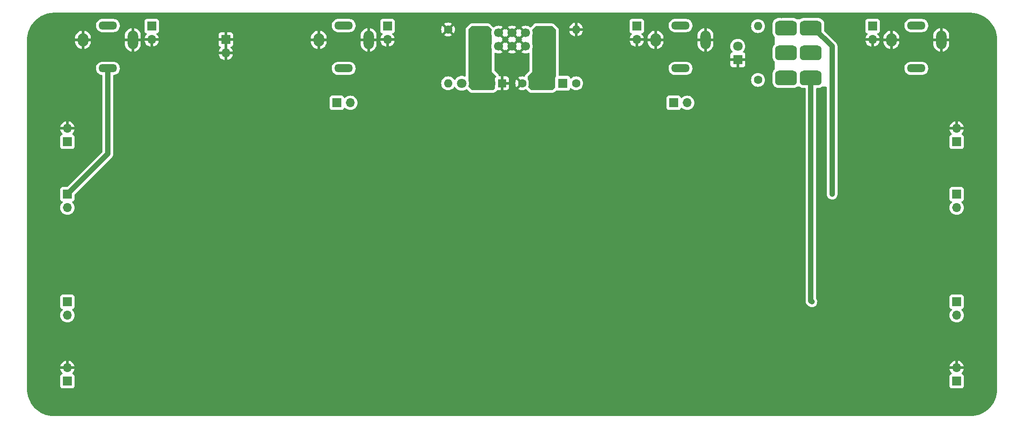
<source format=gbr>
%TF.GenerationSoftware,KiCad,Pcbnew,7.0.10-7.0.10~ubuntu22.04.1*%
%TF.CreationDate,2024-01-14T18:56:41-05:00*%
%TF.ProjectId,euro_1x,6575726f-5f31-4782-9e6b-696361645f70,rev?*%
%TF.SameCoordinates,Original*%
%TF.FileFunction,Copper,L2,Bot*%
%TF.FilePolarity,Positive*%
%FSLAX46Y46*%
G04 Gerber Fmt 4.6, Leading zero omitted, Abs format (unit mm)*
G04 Created by KiCad (PCBNEW 7.0.10-7.0.10~ubuntu22.04.1) date 2024-01-14 18:56:41*
%MOMM*%
%LPD*%
G01*
G04 APERTURE LIST*
G04 Aperture macros list*
%AMRoundRect*
0 Rectangle with rounded corners*
0 $1 Rounding radius*
0 $2 $3 $4 $5 $6 $7 $8 $9 X,Y pos of 4 corners*
0 Add a 4 corners polygon primitive as box body*
4,1,4,$2,$3,$4,$5,$6,$7,$8,$9,$2,$3,0*
0 Add four circle primitives for the rounded corners*
1,1,$1+$1,$2,$3*
1,1,$1+$1,$4,$5*
1,1,$1+$1,$6,$7*
1,1,$1+$1,$8,$9*
0 Add four rect primitives between the rounded corners*
20,1,$1+$1,$2,$3,$4,$5,0*
20,1,$1+$1,$4,$5,$6,$7,0*
20,1,$1+$1,$6,$7,$8,$9,0*
20,1,$1+$1,$8,$9,$2,$3,0*%
G04 Aperture macros list end*
%TA.AperFunction,ComponentPad*%
%ADD10R,1.700000X1.700000*%
%TD*%
%TA.AperFunction,ComponentPad*%
%ADD11O,1.700000X1.700000*%
%TD*%
%TA.AperFunction,ComponentPad*%
%ADD12R,1.600000X1.600000*%
%TD*%
%TA.AperFunction,ComponentPad*%
%ADD13C,1.600000*%
%TD*%
%TA.AperFunction,ComponentPad*%
%ADD14R,1.800000X1.800000*%
%TD*%
%TA.AperFunction,ComponentPad*%
%ADD15C,1.800000*%
%TD*%
%TA.AperFunction,ComponentPad*%
%ADD16O,2.000000X3.500000*%
%TD*%
%TA.AperFunction,ComponentPad*%
%ADD17O,2.000000X2.500000*%
%TD*%
%TA.AperFunction,ComponentPad*%
%ADD18O,3.500000X1.500000*%
%TD*%
%TA.AperFunction,ComponentPad*%
%ADD19RoundRect,0.250000X0.600000X-0.600000X0.600000X0.600000X-0.600000X0.600000X-0.600000X-0.600000X0*%
%TD*%
%TA.AperFunction,ComponentPad*%
%ADD20C,1.700000*%
%TD*%
%TA.AperFunction,ComponentPad*%
%ADD21RoundRect,0.698500X-1.333500X-0.698500X1.333500X-0.698500X1.333500X0.698500X-1.333500X0.698500X0*%
%TD*%
%TA.AperFunction,ComponentPad*%
%ADD22O,1.600000X1.600000*%
%TD*%
%TA.AperFunction,ViaPad*%
%ADD23C,0.800000*%
%TD*%
%TA.AperFunction,Conductor*%
%ADD24C,1.000000*%
%TD*%
G04 APERTURE END LIST*
D10*
%TO.P,J9,1,Pin_1*%
%TO.N,-12V*%
X68580000Y-125476000D03*
D11*
%TO.P,J9,2,Pin_2*%
%TO.N,GND*%
X68580000Y-122936000D03*
%TD*%
D10*
%TO.P,J13,1,Pin_1*%
%TO.N,/1x Breadboard (Eurorack Power)/TO_OUT*%
X236220000Y-110490000D03*
D11*
%TO.P,J13,2,Pin_2*%
X236220000Y-113030000D03*
%TD*%
D10*
%TO.P,J7,1,Pin_1*%
%TO.N,+12V*%
X236220000Y-125476000D03*
D11*
%TO.P,J7,2,Pin_2*%
%TO.N,GND*%
X236220000Y-122936000D03*
%TD*%
D10*
%TO.P,JP1,1,A*%
%TO.N,/1x Breadboard (Eurorack Power)/TN_IN*%
X84455000Y-58420000D03*
D11*
%TO.P,JP1,2,B*%
%TO.N,GND*%
X84455000Y-60960000D03*
%TD*%
D10*
%TO.P,JP2,1,A*%
%TO.N,/1x Breadboard (Eurorack Power)/TN_OUT*%
X220345000Y-58420000D03*
D11*
%TO.P,JP2,2,B*%
%TO.N,GND*%
X220345000Y-60960000D03*
%TD*%
D12*
%TO.P,C2,1*%
%TO.N,GND*%
X150495000Y-69215000D03*
D13*
%TO.P,C2,2*%
%TO.N,-12V*%
X148495000Y-69215000D03*
%TD*%
D10*
%TO.P,JP4,1,A*%
%TO.N,/1x Breadboard (Eurorack Power)/TN_AUX2*%
X175895000Y-58420000D03*
D11*
%TO.P,JP4,2,B*%
%TO.N,GND*%
X175895000Y-60960000D03*
%TD*%
D10*
%TO.P,J14,1,Pin_1*%
%TO.N,/1x Breadboard (Eurorack Power)/AUX1*%
X119380000Y-72898000D03*
D11*
%TO.P,J14,2,Pin_2*%
X121920000Y-72898000D03*
%TD*%
D14*
%TO.P,D3,1,K*%
%TO.N,GND*%
X194945000Y-64770000D03*
D15*
%TO.P,D3,2,A*%
%TO.N,Net-(D3-A)*%
X194945000Y-62230000D03*
%TD*%
D10*
%TO.P,JP3,1,A*%
%TO.N,/1x Breadboard (Eurorack Power)/TN_AUX1*%
X128905000Y-58420000D03*
D11*
%TO.P,JP3,2,B*%
%TO.N,GND*%
X128905000Y-60960000D03*
%TD*%
D16*
%TO.P,J3,S*%
%TO.N,GND*%
X233300000Y-60995000D03*
D17*
X223900000Y-60995000D03*
D18*
%TO.P,J3,T*%
%TO.N,/1x Breadboard (Eurorack Power)/OUTPUT*%
X228600000Y-66395000D03*
%TO.P,J3,TN*%
%TO.N,/1x Breadboard (Eurorack Power)/TN_OUT*%
X228600000Y-58295000D03*
%TD*%
D10*
%TO.P,J8,1,Pin_1*%
%TO.N,-12V*%
X68580000Y-80264000D03*
D11*
%TO.P,J8,2,Pin_2*%
%TO.N,GND*%
X68580000Y-77724000D03*
%TD*%
D19*
%TO.P,J1,1,Pin_1*%
%TO.N,-12V*%
X147320000Y-62230000D03*
D20*
%TO.P,J1,2,Pin_2*%
X147320000Y-59690000D03*
%TO.P,J1,3,Pin_3*%
%TO.N,GND*%
X149860000Y-62230000D03*
%TO.P,J1,4,Pin_4*%
X149860000Y-59690000D03*
%TO.P,J1,5,Pin_5*%
X152400000Y-62230000D03*
%TO.P,J1,6,Pin_6*%
X152400000Y-59690000D03*
%TO.P,J1,7,Pin_7*%
X154940000Y-62230000D03*
%TO.P,J1,8,Pin_8*%
X154940000Y-59690000D03*
%TO.P,J1,9,Pin_9*%
%TO.N,+12V*%
X157480000Y-62230000D03*
%TO.P,J1,10,Pin_10*%
X157480000Y-59690000D03*
%TD*%
D14*
%TO.P,D2,1,K*%
%TO.N,-12V*%
X145415000Y-69215000D03*
D15*
%TO.P,D2,2,A*%
%TO.N,Net-(D2-A)*%
X142875000Y-69215000D03*
%TD*%
D16*
%TO.P,J5,S*%
%TO.N,GND*%
X188850000Y-60995000D03*
D17*
X179450000Y-60995000D03*
D18*
%TO.P,J5,T*%
%TO.N,/1x Breadboard (Eurorack Power)/AUX2*%
X184150000Y-66395000D03*
%TO.P,J5,TN*%
%TO.N,/1x Breadboard (Eurorack Power)/TN_AUX2*%
X184150000Y-58295000D03*
%TD*%
D21*
%TO.P,SW1,1,A*%
%TO.N,unconnected-(SW1A-A-Pad1)*%
X204025500Y-58801000D03*
%TO.P,SW1,2,B*%
%TO.N,/1x Breadboard (Eurorack Power)/EN*%
X204025500Y-63500000D03*
%TO.P,SW1,3,C*%
%TO.N,+12V*%
X204025500Y-68199000D03*
%TO.P,SW1,4,A*%
%TO.N,/1x Breadboard (Eurorack Power)/INPUT*%
X208724500Y-58801000D03*
%TO.P,SW1,5,B*%
%TO.N,/1x Breadboard (Eurorack Power)/OUTPUT*%
X208724500Y-63500000D03*
%TO.P,SW1,6,C*%
%TO.N,/1x Breadboard (Eurorack Power)/TO_OUT*%
X208724500Y-68199000D03*
%TD*%
D16*
%TO.P,J2,S*%
%TO.N,GND*%
X80900000Y-60995000D03*
D17*
X71500000Y-60995000D03*
D18*
%TO.P,J2,T*%
%TO.N,/1x Breadboard (Eurorack Power)/INPUT*%
X76200000Y-66395000D03*
%TO.P,J2,TN*%
%TO.N,/1x Breadboard (Eurorack Power)/TN_IN*%
X76200000Y-58295000D03*
%TD*%
D16*
%TO.P,J4,S*%
%TO.N,GND*%
X125350000Y-60995000D03*
D17*
X115950000Y-60995000D03*
D18*
%TO.P,J4,T*%
%TO.N,/1x Breadboard (Eurorack Power)/AUX1*%
X120650000Y-66395000D03*
%TO.P,J4,TN*%
%TO.N,/1x Breadboard (Eurorack Power)/TN_AUX1*%
X120650000Y-58295000D03*
%TD*%
D10*
%TO.P,J12,1,Pin_1*%
%TO.N,/1x Breadboard (Eurorack Power)/TO_OUT*%
X68580000Y-110490000D03*
D11*
%TO.P,J12,2,Pin_2*%
X68580000Y-113030000D03*
%TD*%
D14*
%TO.P,D1,1,K*%
%TO.N,Net-(D1-K)*%
X161925000Y-69215000D03*
D15*
%TO.P,D1,2,A*%
%TO.N,+12V*%
X159385000Y-69215000D03*
%TD*%
D10*
%TO.P,J6,1,Pin_1*%
%TO.N,+12V*%
X236220000Y-80264000D03*
D11*
%TO.P,J6,2,Pin_2*%
%TO.N,GND*%
X236220000Y-77724000D03*
%TD*%
D10*
%TO.P,J18,1,Pin_1*%
%TO.N,GND*%
X98425000Y-60960000D03*
D11*
%TO.P,J18,2,Pin_2*%
X98425000Y-63500000D03*
%TD*%
D13*
%TO.P,R3,1*%
%TO.N,/1x Breadboard (Eurorack Power)/EN*%
X198755000Y-68580000D03*
D22*
%TO.P,R3,2*%
%TO.N,Net-(D3-A)*%
X198755000Y-58420000D03*
%TD*%
D10*
%TO.P,J15,1,Pin_1*%
%TO.N,/1x Breadboard (Eurorack Power)/AUX2*%
X182880000Y-72898000D03*
D11*
%TO.P,J15,2,Pin_2*%
X185420000Y-72898000D03*
%TD*%
D12*
%TO.P,C1,1*%
%TO.N,+12V*%
X156305000Y-69215000D03*
D13*
%TO.P,C1,2*%
%TO.N,GND*%
X154305000Y-69215000D03*
%TD*%
D10*
%TO.P,J11,1,Pin_1*%
%TO.N,/1x Breadboard (Eurorack Power)/INPUT*%
X236220000Y-90170000D03*
D11*
%TO.P,J11,2,Pin_2*%
X236220000Y-92710000D03*
%TD*%
D10*
%TO.P,J10,1,Pin_1*%
%TO.N,/1x Breadboard (Eurorack Power)/INPUT*%
X68580000Y-90170000D03*
D11*
%TO.P,J10,2,Pin_2*%
X68580000Y-92710000D03*
%TD*%
D13*
%TO.P,R1,1*%
%TO.N,Net-(D1-K)*%
X164465000Y-69215000D03*
D22*
%TO.P,R1,2*%
%TO.N,GND*%
X164465000Y-59055000D03*
%TD*%
D13*
%TO.P,R2,1*%
%TO.N,GND*%
X140335000Y-59055000D03*
D22*
%TO.P,R2,2*%
%TO.N,Net-(D2-A)*%
X140335000Y-69215000D03*
%TD*%
D23*
%TO.N,GND*%
X164465000Y-112395000D03*
X143510000Y-116205000D03*
X178435000Y-85090000D03*
X153670000Y-63500000D03*
X238760000Y-71755000D03*
X181610000Y-100330000D03*
X68580000Y-108585000D03*
X233045000Y-66675000D03*
X181610000Y-120650000D03*
X130175000Y-92075000D03*
X194310000Y-88265000D03*
X80010000Y-81915000D03*
X112395000Y-108585000D03*
X175260000Y-81915000D03*
X99060000Y-116205000D03*
X149860000Y-81915000D03*
X173355000Y-100330000D03*
X143510000Y-75565000D03*
X207010000Y-88265000D03*
X157480000Y-71755000D03*
X181610000Y-92075000D03*
X168910000Y-116205000D03*
X101600000Y-66675000D03*
X103505000Y-108585000D03*
X121285000Y-120650000D03*
X143510000Y-88265000D03*
X134620000Y-116205000D03*
X210820000Y-78105000D03*
X170815000Y-71755000D03*
X156210000Y-112395000D03*
X152400000Y-67310000D03*
X90170000Y-125095000D03*
X130175000Y-128905000D03*
X233680000Y-120650000D03*
X154305000Y-66040000D03*
X236220000Y-115570000D03*
X164465000Y-100330000D03*
X127000000Y-131445000D03*
X99060000Y-95885000D03*
X175260000Y-88265000D03*
X89535000Y-85090000D03*
X72390000Y-125095000D03*
X198755000Y-120650000D03*
X153035000Y-78740000D03*
X78105000Y-78105000D03*
X153035000Y-85090000D03*
X207010000Y-92075000D03*
X198755000Y-108585000D03*
X64770000Y-116205000D03*
X198755000Y-100330000D03*
X224790000Y-120650000D03*
X149860000Y-88265000D03*
X186055000Y-104775000D03*
X116840000Y-116205000D03*
X186055000Y-125095000D03*
X111760000Y-78105000D03*
X190500000Y-56515000D03*
X61595000Y-88265000D03*
X169545000Y-78105000D03*
X72390000Y-116205000D03*
X180340000Y-66040000D03*
X222250000Y-95885000D03*
X240030000Y-88265000D03*
X152400000Y-95885000D03*
X147955000Y-112395000D03*
X168910000Y-88265000D03*
X173355000Y-128905000D03*
X86360000Y-81915000D03*
X68580000Y-87630000D03*
X68580000Y-94615000D03*
X127635000Y-68580000D03*
X224790000Y-81915000D03*
X186055000Y-116205000D03*
X72390000Y-57785000D03*
X152400000Y-125095000D03*
X162560000Y-71120000D03*
X130175000Y-120650000D03*
X124460000Y-81915000D03*
X88900000Y-66675000D03*
X70485000Y-112395000D03*
X61595000Y-116205000D03*
X240030000Y-116205000D03*
X68580000Y-128270000D03*
X112395000Y-100330000D03*
X224790000Y-78105000D03*
X73660000Y-81915000D03*
X94615000Y-112395000D03*
X177800000Y-104775000D03*
X228600000Y-56515000D03*
X95250000Y-61595000D03*
X64770000Y-121285000D03*
X139065000Y-100330000D03*
X68580000Y-114935000D03*
X194310000Y-95885000D03*
X165100000Y-73660000D03*
X226060000Y-64770000D03*
X121285000Y-92075000D03*
X219710000Y-85090000D03*
X143510000Y-81915000D03*
X61595000Y-63500000D03*
X215900000Y-120650000D03*
X175895000Y-73660000D03*
X99060000Y-104775000D03*
X194310000Y-78105000D03*
X236220000Y-95885000D03*
X229235000Y-125095000D03*
X68580000Y-100330000D03*
X125730000Y-125095000D03*
X168275000Y-66040000D03*
X201930000Y-70485000D03*
X243205000Y-88265000D03*
X160655000Y-125095000D03*
X133350000Y-78105000D03*
X198755000Y-73660000D03*
X214630000Y-104775000D03*
X164465000Y-108585000D03*
X99060000Y-88265000D03*
X121285000Y-128905000D03*
X85725000Y-92075000D03*
X125730000Y-104775000D03*
X233680000Y-112395000D03*
X226060000Y-92075000D03*
X211455000Y-125095000D03*
X187960000Y-88265000D03*
X194310000Y-81915000D03*
X173355000Y-92075000D03*
X82550000Y-73025000D03*
X168910000Y-104775000D03*
X134620000Y-95885000D03*
X240665000Y-95885000D03*
X112395000Y-128905000D03*
X147320000Y-71755000D03*
X147955000Y-120650000D03*
X76835000Y-92075000D03*
X211455000Y-116205000D03*
X92710000Y-81915000D03*
X66040000Y-71120000D03*
X105410000Y-81915000D03*
X152400000Y-71120000D03*
X101600000Y-131445000D03*
X162560000Y-88265000D03*
X74295000Y-78105000D03*
X200660000Y-88265000D03*
X215900000Y-131445000D03*
X125730000Y-116205000D03*
X222250000Y-104775000D03*
X243205000Y-116205000D03*
X173355000Y-108585000D03*
X173355000Y-112395000D03*
X101600000Y-56515000D03*
X210820000Y-71120000D03*
X206375000Y-78105000D03*
X224790000Y-112395000D03*
X156210000Y-120650000D03*
X214630000Y-78105000D03*
X103505000Y-100330000D03*
X240030000Y-81915000D03*
X220345000Y-116205000D03*
X228600000Y-131445000D03*
X147320000Y-57150000D03*
X149860000Y-66040000D03*
X243205000Y-76200000D03*
X79375000Y-64135000D03*
X81280000Y-104775000D03*
X76835000Y-85090000D03*
X177800000Y-131445000D03*
X90170000Y-116205000D03*
X198755000Y-128905000D03*
X239395000Y-131445000D03*
X121285000Y-112395000D03*
X88900000Y-56515000D03*
X156210000Y-108585000D03*
X164465000Y-120650000D03*
X224790000Y-128905000D03*
X76200000Y-56515000D03*
X99060000Y-81915000D03*
X152400000Y-116205000D03*
X139700000Y-131445000D03*
X130175000Y-108585000D03*
X64770000Y-107315000D03*
X111760000Y-88265000D03*
X151130000Y-63500000D03*
X135890000Y-63500000D03*
X103505000Y-92075000D03*
X224790000Y-88265000D03*
X234315000Y-78105000D03*
X181610000Y-81915000D03*
X152400000Y-131445000D03*
X215900000Y-112395000D03*
X76835000Y-120650000D03*
X149860000Y-75565000D03*
X64770000Y-94615000D03*
X62230000Y-127635000D03*
X86360000Y-88265000D03*
X229870000Y-104775000D03*
X153670000Y-60960000D03*
X233680000Y-92075000D03*
X125730000Y-95885000D03*
X81280000Y-125095000D03*
X182245000Y-62230000D03*
X76835000Y-108585000D03*
X116840000Y-104775000D03*
X61595000Y-101600000D03*
X68580000Y-131445000D03*
X95250000Y-73025000D03*
X141605000Y-70485000D03*
X152400000Y-56515000D03*
X139065000Y-108585000D03*
X156210000Y-128905000D03*
X203200000Y-131445000D03*
X234315000Y-81915000D03*
X206375000Y-70485000D03*
X114935000Y-85090000D03*
X153670000Y-58420000D03*
X193675000Y-57785000D03*
X242570000Y-127635000D03*
X181610000Y-88265000D03*
X149860000Y-57150000D03*
X121285000Y-108585000D03*
X177800000Y-56515000D03*
X181610000Y-78105000D03*
X234315000Y-74295000D03*
X76835000Y-112395000D03*
X207010000Y-120650000D03*
X220980000Y-64770000D03*
X210820000Y-81915000D03*
X116840000Y-95885000D03*
X215900000Y-128905000D03*
X203835000Y-85090000D03*
X207010000Y-100330000D03*
X114300000Y-131445000D03*
X160655000Y-95885000D03*
X200660000Y-81915000D03*
X229235000Y-116205000D03*
X187960000Y-81915000D03*
X72390000Y-95885000D03*
X118110000Y-81915000D03*
X210820000Y-112395000D03*
X61595000Y-76200000D03*
X189865000Y-120650000D03*
X137160000Y-88265000D03*
X76835000Y-100330000D03*
X99060000Y-125095000D03*
X169545000Y-57785000D03*
X103505000Y-128905000D03*
X186690000Y-64770000D03*
X94615000Y-128905000D03*
X116840000Y-125095000D03*
X152400000Y-104775000D03*
X186055000Y-95885000D03*
X181610000Y-128905000D03*
X157480000Y-57150000D03*
X72390000Y-104775000D03*
X71120000Y-78105000D03*
X176530000Y-66675000D03*
X189865000Y-112395000D03*
X189865000Y-128905000D03*
X243205000Y-60960000D03*
X81280000Y-95885000D03*
X191135000Y-85090000D03*
X85725000Y-128905000D03*
X137160000Y-81915000D03*
X143510000Y-125095000D03*
X214630000Y-88265000D03*
X85725000Y-120650000D03*
X201930000Y-78105000D03*
X233680000Y-100330000D03*
X61595000Y-60960000D03*
X112395000Y-92075000D03*
X76835000Y-128905000D03*
X151130000Y-60960000D03*
X207010000Y-81915000D03*
X118110000Y-88265000D03*
X73660000Y-88265000D03*
X86360000Y-78105000D03*
X238760000Y-56515000D03*
X102235000Y-85090000D03*
X240030000Y-121285000D03*
X107950000Y-116205000D03*
X164465000Y-92075000D03*
X218440000Y-100330000D03*
X66675000Y-62865000D03*
X81280000Y-116205000D03*
X218440000Y-92075000D03*
X156210000Y-92075000D03*
X189865000Y-108585000D03*
X194310000Y-116205000D03*
X103505000Y-112395000D03*
X153670000Y-72390000D03*
X220345000Y-125095000D03*
X137795000Y-73660000D03*
X124460000Y-88265000D03*
X76200000Y-131445000D03*
X156210000Y-88265000D03*
X181610000Y-108585000D03*
X107950000Y-95885000D03*
X189865000Y-100330000D03*
X123825000Y-73533000D03*
X103505000Y-120650000D03*
X94615000Y-92075000D03*
X236220000Y-104775000D03*
X90170000Y-104775000D03*
X218440000Y-73025000D03*
X236220000Y-120650000D03*
X194310000Y-125095000D03*
X203200000Y-125095000D03*
X156210000Y-72390000D03*
X160655000Y-116205000D03*
X203200000Y-95885000D03*
X156210000Y-99060000D03*
X207010000Y-128905000D03*
X151130000Y-58420000D03*
X165100000Y-131445000D03*
X214630000Y-64770000D03*
X80010000Y-88265000D03*
X85725000Y-108585000D03*
X203200000Y-56515000D03*
X203200000Y-116205000D03*
X139065000Y-128905000D03*
X72390000Y-64135000D03*
X151130000Y-72390000D03*
X130175000Y-100330000D03*
X140335000Y-78740000D03*
X94615000Y-120650000D03*
X207010000Y-108585000D03*
X168910000Y-95885000D03*
X148590000Y-72390000D03*
X147955000Y-108585000D03*
X112395000Y-112395000D03*
X107950000Y-104775000D03*
X143510000Y-95885000D03*
X215900000Y-56515000D03*
X243205000Y-101600000D03*
X240030000Y-106680000D03*
X198755000Y-112395000D03*
X134620000Y-125095000D03*
X168910000Y-125095000D03*
X154940000Y-57150000D03*
X177800000Y-116205000D03*
X108585000Y-61595000D03*
X168910000Y-81915000D03*
X210820000Y-88265000D03*
X127635000Y-85090000D03*
X92710000Y-88265000D03*
X161925000Y-75565000D03*
X143510000Y-104775000D03*
X88900000Y-131445000D03*
X165100000Y-78740000D03*
X160655000Y-104775000D03*
X85725000Y-112395000D03*
X233680000Y-128905000D03*
X140335000Y-85090000D03*
X139700000Y-56515000D03*
X243205000Y-63500000D03*
X112395000Y-120650000D03*
X121285000Y-100330000D03*
X66040000Y-56515000D03*
X114300000Y-66675000D03*
X177800000Y-125095000D03*
X78105000Y-74295000D03*
X139065000Y-112395000D03*
X220980000Y-67945000D03*
X234315000Y-88265000D03*
X164465000Y-128905000D03*
X139065000Y-120650000D03*
X207010000Y-112395000D03*
X218440000Y-108585000D03*
X68580000Y-120650000D03*
X64770000Y-100330000D03*
X130175000Y-112395000D03*
X99060000Y-78105000D03*
X156210000Y-75565000D03*
X238125000Y-62230000D03*
X236220000Y-85090000D03*
X165100000Y-56515000D03*
X107950000Y-125095000D03*
X130810000Y-81915000D03*
X105410000Y-88265000D03*
X181610000Y-112395000D03*
X189230000Y-73660000D03*
X108585000Y-73025000D03*
X210820000Y-92075000D03*
X214630000Y-81915000D03*
X229870000Y-95885000D03*
X203200000Y-104775000D03*
X177800000Y-95885000D03*
X173355000Y-120650000D03*
X210820000Y-108585000D03*
X226060000Y-108585000D03*
X226060000Y-100330000D03*
X198755000Y-92075000D03*
X90170000Y-95885000D03*
X152400000Y-64770000D03*
X70485000Y-85090000D03*
X111760000Y-81915000D03*
X117475000Y-73533000D03*
X134620000Y-104775000D03*
X147955000Y-92075000D03*
X214630000Y-95885000D03*
X94615000Y-100330000D03*
X233680000Y-108585000D03*
X68580000Y-82550000D03*
X127000000Y-56515000D03*
X193675000Y-68580000D03*
X124460000Y-78105000D03*
X214630000Y-67945000D03*
X156210000Y-81915000D03*
X190500000Y-131445000D03*
X147955000Y-128905000D03*
X212090000Y-59055000D03*
X114300000Y-56515000D03*
X162560000Y-81915000D03*
X210820000Y-100330000D03*
X194310000Y-104775000D03*
X139065000Y-92075000D03*
X94615000Y-108585000D03*
X147955000Y-98425000D03*
X85725000Y-100330000D03*
X165735000Y-85090000D03*
X229870000Y-85090000D03*
X189865000Y-92075000D03*
X130810000Y-88265000D03*
%TO.N,/1x Breadboard (Eurorack Power)/INPUT*%
X212725000Y-90170000D03*
%TO.N,/1x Breadboard (Eurorack Power)/TO_OUT*%
X208915000Y-110490000D03*
%TD*%
D24*
%TO.N,/1x Breadboard (Eurorack Power)/INPUT*%
X212725000Y-90170000D02*
X212725000Y-62230000D01*
X212725000Y-62230000D02*
X209296000Y-58801000D01*
X76200000Y-82550000D02*
X68580000Y-90170000D01*
X76200000Y-66395000D02*
X76200000Y-82550000D01*
X209296000Y-58801000D02*
X208724500Y-58801000D01*
%TO.N,/1x Breadboard (Eurorack Power)/TO_OUT*%
X208724500Y-110299500D02*
X208724500Y-68199000D01*
X208915000Y-110490000D02*
X208724500Y-110299500D01*
%TD*%
%TA.AperFunction,Conductor*%
%TO.N,-12V*%
G36*
X147970677Y-58439685D02*
G01*
X147991319Y-58456319D01*
X148553681Y-59018681D01*
X148587166Y-59080004D01*
X148590000Y-59106362D01*
X148590000Y-59195444D01*
X148585775Y-59227537D01*
X148524938Y-59454586D01*
X148524936Y-59454596D01*
X148504341Y-59689999D01*
X148504341Y-59690000D01*
X148524936Y-59925403D01*
X148524937Y-59925408D01*
X148585775Y-60152463D01*
X148590000Y-60184552D01*
X148590000Y-61735444D01*
X148585775Y-61767537D01*
X148524938Y-61994586D01*
X148524936Y-61994596D01*
X148504341Y-62229999D01*
X148504341Y-62230000D01*
X148524936Y-62465403D01*
X148524937Y-62465408D01*
X148585775Y-62692463D01*
X148590000Y-62724552D01*
X148590000Y-67056000D01*
X149381524Y-67847524D01*
X149415009Y-67908847D01*
X149410025Y-67978539D01*
X149368155Y-68034471D01*
X149337452Y-68057455D01*
X149251206Y-68172664D01*
X149251202Y-68172671D01*
X149200908Y-68307517D01*
X149194501Y-68367116D01*
X149194500Y-68367135D01*
X149194500Y-70062870D01*
X149194502Y-70062889D01*
X149195112Y-70068566D01*
X149182703Y-70137325D01*
X149159504Y-70169495D01*
X149019912Y-70309088D01*
X148880317Y-70448682D01*
X148818997Y-70482166D01*
X148792638Y-70485000D01*
X144831362Y-70485000D01*
X144764323Y-70465315D01*
X144743681Y-70448681D01*
X144191541Y-69896541D01*
X144158056Y-69835218D01*
X144163040Y-69765526D01*
X144165659Y-69759066D01*
X144204157Y-69671300D01*
X144261134Y-69446305D01*
X144280300Y-69215000D01*
X144280300Y-69214993D01*
X144261135Y-68983702D01*
X144261133Y-68983691D01*
X144204157Y-68758699D01*
X144155444Y-68647645D01*
X144145000Y-68597835D01*
X144145000Y-59106362D01*
X144164685Y-59039323D01*
X144181319Y-59018681D01*
X144743681Y-58456319D01*
X144805004Y-58422834D01*
X144831362Y-58420000D01*
X147903638Y-58420000D01*
X147970677Y-58439685D01*
G37*
%TD.AperFunction*%
%TD*%
%TA.AperFunction,Conductor*%
%TO.N,GND*%
G36*
X154480507Y-59899844D02*
G01*
X154558239Y-60020798D01*
X154666900Y-60114952D01*
X154797685Y-60174680D01*
X154807464Y-60176086D01*
X154178625Y-60804925D01*
X154255031Y-60858425D01*
X154298655Y-60913002D01*
X154305848Y-60982501D01*
X154274326Y-61044855D01*
X154255029Y-61061576D01*
X154178625Y-61115072D01*
X154807466Y-61743913D01*
X154797685Y-61745320D01*
X154666900Y-61805048D01*
X154558239Y-61899202D01*
X154480507Y-62020156D01*
X154456923Y-62100476D01*
X153825072Y-61468625D01*
X153825072Y-61468626D01*
X153771574Y-61545030D01*
X153716998Y-61588655D01*
X153647499Y-61595849D01*
X153585144Y-61564326D01*
X153568424Y-61545030D01*
X153514925Y-61468626D01*
X153514925Y-61468625D01*
X152883076Y-62100475D01*
X152859493Y-62020156D01*
X152781761Y-61899202D01*
X152673100Y-61805048D01*
X152542315Y-61745320D01*
X152532533Y-61743913D01*
X153161373Y-61115073D01*
X153084969Y-61061576D01*
X153041344Y-61006999D01*
X153034150Y-60937501D01*
X153065672Y-60875146D01*
X153084968Y-60858425D01*
X153161373Y-60804925D01*
X152532533Y-60176086D01*
X152542315Y-60174680D01*
X152673100Y-60114952D01*
X152781761Y-60020798D01*
X152859493Y-59899844D01*
X152883076Y-59819524D01*
X153514925Y-60451373D01*
X153568425Y-60374968D01*
X153623002Y-60331344D01*
X153692501Y-60324151D01*
X153754855Y-60355673D01*
X153771576Y-60374969D01*
X153825073Y-60451372D01*
X154456922Y-59819523D01*
X154480507Y-59899844D01*
G37*
%TD.AperFunction*%
%TA.AperFunction,Conductor*%
G36*
X151940507Y-59899844D02*
G01*
X152018239Y-60020798D01*
X152126900Y-60114952D01*
X152257685Y-60174680D01*
X152267466Y-60176086D01*
X151638625Y-60804925D01*
X151715031Y-60858425D01*
X151758655Y-60913002D01*
X151765848Y-60982501D01*
X151734326Y-61044855D01*
X151715029Y-61061576D01*
X151638625Y-61115072D01*
X152267466Y-61743913D01*
X152257685Y-61745320D01*
X152126900Y-61805048D01*
X152018239Y-61899202D01*
X151940507Y-62020156D01*
X151916923Y-62100475D01*
X151285073Y-61468625D01*
X151285072Y-61468626D01*
X151231574Y-61545030D01*
X151176998Y-61588655D01*
X151107499Y-61595849D01*
X151045144Y-61564326D01*
X151028424Y-61545030D01*
X150974925Y-61468626D01*
X150974925Y-61468625D01*
X150343076Y-62100475D01*
X150319493Y-62020156D01*
X150241761Y-61899202D01*
X150133100Y-61805048D01*
X150002315Y-61745320D01*
X149992533Y-61743913D01*
X150621373Y-61115073D01*
X150544969Y-61061576D01*
X150501344Y-61006999D01*
X150494150Y-60937501D01*
X150525672Y-60875146D01*
X150544968Y-60858425D01*
X150621373Y-60804925D01*
X149992534Y-60176086D01*
X150002315Y-60174680D01*
X150133100Y-60114952D01*
X150241761Y-60020798D01*
X150319493Y-59899844D01*
X150343076Y-59819524D01*
X150974925Y-60451373D01*
X151028425Y-60374968D01*
X151083002Y-60331344D01*
X151152501Y-60324151D01*
X151214855Y-60355673D01*
X151231576Y-60374969D01*
X151285073Y-60451372D01*
X151916922Y-59819523D01*
X151940507Y-59899844D01*
G37*
%TD.AperFunction*%
%TA.AperFunction,Conductor*%
G36*
X98675000Y-63064498D02*
G01*
X98567315Y-63015320D01*
X98460763Y-63000000D01*
X98389237Y-63000000D01*
X98282685Y-63015320D01*
X98175000Y-63064498D01*
X98175000Y-61395501D01*
X98282685Y-61444680D01*
X98389237Y-61460000D01*
X98460763Y-61460000D01*
X98567315Y-61444680D01*
X98675000Y-61395501D01*
X98675000Y-63064498D01*
G37*
%TD.AperFunction*%
%TA.AperFunction,Conductor*%
G36*
X238762564Y-55880603D02*
G01*
X238977505Y-55889493D01*
X239180251Y-55898346D01*
X239190122Y-55899175D01*
X239405512Y-55926024D01*
X239405965Y-55926082D01*
X239608506Y-55952747D01*
X239617714Y-55954316D01*
X239829801Y-55998786D01*
X239830992Y-55999043D01*
X240030556Y-56043285D01*
X240039066Y-56045493D01*
X240246631Y-56107287D01*
X240248338Y-56107810D01*
X240443386Y-56169309D01*
X240451156Y-56172047D01*
X240652771Y-56250717D01*
X240655001Y-56251614D01*
X240844006Y-56329902D01*
X240850977Y-56333047D01*
X241045329Y-56428060D01*
X241048125Y-56429471D01*
X241229489Y-56523883D01*
X241235700Y-56527346D01*
X241421538Y-56638081D01*
X241424598Y-56639966D01*
X241597155Y-56749897D01*
X241602550Y-56753538D01*
X241778566Y-56879212D01*
X241781998Y-56881753D01*
X241818692Y-56909909D01*
X241944252Y-57006254D01*
X241948878Y-57009985D01*
X242113945Y-57149790D01*
X242117523Y-57152942D01*
X242266476Y-57289432D01*
X242268308Y-57291111D01*
X242272216Y-57294852D01*
X242425146Y-57447782D01*
X242428887Y-57451690D01*
X242567051Y-57602470D01*
X242570215Y-57606061D01*
X242710001Y-57771105D01*
X242713753Y-57775757D01*
X242714037Y-57776127D01*
X242838245Y-57938000D01*
X242840786Y-57941432D01*
X242966460Y-58117448D01*
X242970113Y-58122861D01*
X243080010Y-58295364D01*
X243081930Y-58298481D01*
X243192649Y-58484293D01*
X243196115Y-58490509D01*
X243290527Y-58671873D01*
X243291938Y-58674669D01*
X243386943Y-58869003D01*
X243390104Y-58876011D01*
X243468355Y-59064925D01*
X243469311Y-59067303D01*
X243547948Y-59268834D01*
X243550692Y-59276621D01*
X243612158Y-59471564D01*
X243612742Y-59473470D01*
X243674501Y-59680916D01*
X243676717Y-59689460D01*
X243720934Y-59888911D01*
X243721234Y-59890302D01*
X243765677Y-60102257D01*
X243767255Y-60111519D01*
X243793889Y-60313827D01*
X243793998Y-60314674D01*
X243820819Y-60529845D01*
X243821653Y-60539774D01*
X243830524Y-60742948D01*
X243830536Y-60743234D01*
X243839392Y-60957387D01*
X243839498Y-60962510D01*
X243839498Y-126997486D01*
X243839392Y-127002610D01*
X243830524Y-127217016D01*
X243830512Y-127217301D01*
X243821652Y-127420220D01*
X243820818Y-127430149D01*
X243793996Y-127645322D01*
X243793887Y-127646169D01*
X243767253Y-127848477D01*
X243765675Y-127857738D01*
X243721249Y-128069618D01*
X243720949Y-128071011D01*
X243676710Y-128270557D01*
X243674494Y-128279100D01*
X243612747Y-128486503D01*
X243612163Y-128488407D01*
X243550693Y-128683371D01*
X243547949Y-128691160D01*
X243469307Y-128892700D01*
X243468351Y-128895078D01*
X243390102Y-129083987D01*
X243386942Y-129090994D01*
X243291946Y-129285312D01*
X243290534Y-129288109D01*
X243196116Y-129469482D01*
X243192650Y-129475698D01*
X243081917Y-129661533D01*
X243079974Y-129664685D01*
X242970123Y-129837116D01*
X242966460Y-129842545D01*
X242840780Y-130018570D01*
X242838239Y-130022002D01*
X242713766Y-130184219D01*
X242710013Y-130188874D01*
X242570227Y-130353920D01*
X242567026Y-130357552D01*
X242428866Y-130508327D01*
X242425125Y-130512235D01*
X242272235Y-130665125D01*
X242268327Y-130668866D01*
X242117552Y-130807026D01*
X242113920Y-130810227D01*
X241948874Y-130950013D01*
X241944219Y-130953766D01*
X241782002Y-131078239D01*
X241778570Y-131080780D01*
X241602545Y-131206460D01*
X241597116Y-131210123D01*
X241424685Y-131319974D01*
X241421533Y-131321917D01*
X241235698Y-131432650D01*
X241229482Y-131436116D01*
X241048109Y-131530534D01*
X241045312Y-131531946D01*
X240850994Y-131626942D01*
X240843987Y-131630102D01*
X240655078Y-131708351D01*
X240652700Y-131709307D01*
X240451160Y-131787949D01*
X240443371Y-131790693D01*
X240248407Y-131852163D01*
X240246503Y-131852747D01*
X240039100Y-131914494D01*
X240030557Y-131916710D01*
X239831011Y-131960949D01*
X239829618Y-131961249D01*
X239617738Y-132005675D01*
X239608477Y-132007253D01*
X239406169Y-132033887D01*
X239405322Y-132033996D01*
X239190149Y-132060818D01*
X239180220Y-132061652D01*
X238977408Y-132070507D01*
X238977124Y-132070519D01*
X238762563Y-132079394D01*
X238757438Y-132079500D01*
X66042562Y-132079500D01*
X66037437Y-132079394D01*
X65822874Y-132070519D01*
X65822590Y-132070507D01*
X65619778Y-132061652D01*
X65609849Y-132060818D01*
X65394676Y-132033996D01*
X65393829Y-132033887D01*
X65191521Y-132007253D01*
X65182260Y-132005675D01*
X64970380Y-131961249D01*
X64968987Y-131960949D01*
X64769441Y-131916710D01*
X64760898Y-131914494D01*
X64553495Y-131852747D01*
X64551591Y-131852163D01*
X64356627Y-131790693D01*
X64348845Y-131787951D01*
X64218255Y-131736995D01*
X64147298Y-131709307D01*
X64144920Y-131708351D01*
X63956011Y-131630102D01*
X63949004Y-131626942D01*
X63754657Y-131531931D01*
X63751889Y-131530534D01*
X63570516Y-131436116D01*
X63564300Y-131432650D01*
X63378465Y-131321917D01*
X63375313Y-131319974D01*
X63202882Y-131210123D01*
X63197453Y-131206460D01*
X63021428Y-131080780D01*
X63017996Y-131078239D01*
X62855779Y-130953766D01*
X62851124Y-130950013D01*
X62686078Y-130810227D01*
X62682446Y-130807026D01*
X62531671Y-130668866D01*
X62527763Y-130665125D01*
X62374873Y-130512235D01*
X62371132Y-130508327D01*
X62232972Y-130357552D01*
X62229771Y-130353920D01*
X62089985Y-130188874D01*
X62086232Y-130184219D01*
X61961759Y-130022002D01*
X61959218Y-130018570D01*
X61833538Y-129842545D01*
X61829875Y-129837116D01*
X61720024Y-129664685D01*
X61718081Y-129661533D01*
X61607348Y-129475698D01*
X61603882Y-129469482D01*
X61509464Y-129288109D01*
X61508098Y-129285404D01*
X61413043Y-129090965D01*
X61409896Y-129083987D01*
X61331626Y-128895027D01*
X61330712Y-128892754D01*
X61252034Y-128691119D01*
X61249316Y-128683404D01*
X61187835Y-128488407D01*
X61187251Y-128486503D01*
X61125504Y-128279100D01*
X61123288Y-128270557D01*
X61079009Y-128070827D01*
X61078787Y-128069797D01*
X61034319Y-127857718D01*
X61032749Y-127848504D01*
X61006084Y-127645963D01*
X61006026Y-127645510D01*
X60979177Y-127430120D01*
X60978348Y-127420249D01*
X60969495Y-127217498D01*
X60960606Y-127002562D01*
X60960500Y-126997438D01*
X60960500Y-126373870D01*
X67229500Y-126373870D01*
X67229501Y-126373876D01*
X67235908Y-126433483D01*
X67286202Y-126568328D01*
X67286206Y-126568335D01*
X67372452Y-126683544D01*
X67372455Y-126683547D01*
X67487664Y-126769793D01*
X67487671Y-126769797D01*
X67622517Y-126820091D01*
X67622516Y-126820091D01*
X67629444Y-126820835D01*
X67682127Y-126826500D01*
X69477872Y-126826499D01*
X69537483Y-126820091D01*
X69672331Y-126769796D01*
X69787546Y-126683546D01*
X69873796Y-126568331D01*
X69924091Y-126433483D01*
X69930500Y-126373873D01*
X69930500Y-126373870D01*
X234869500Y-126373870D01*
X234869501Y-126373876D01*
X234875908Y-126433483D01*
X234926202Y-126568328D01*
X234926206Y-126568335D01*
X235012452Y-126683544D01*
X235012455Y-126683547D01*
X235127664Y-126769793D01*
X235127671Y-126769797D01*
X235262517Y-126820091D01*
X235262516Y-126820091D01*
X235269444Y-126820835D01*
X235322127Y-126826500D01*
X237117872Y-126826499D01*
X237177483Y-126820091D01*
X237312331Y-126769796D01*
X237427546Y-126683546D01*
X237513796Y-126568331D01*
X237564091Y-126433483D01*
X237570500Y-126373873D01*
X237570499Y-124578128D01*
X237564091Y-124518517D01*
X237513796Y-124383669D01*
X237513795Y-124383668D01*
X237513793Y-124383664D01*
X237427547Y-124268455D01*
X237427544Y-124268452D01*
X237312335Y-124182206D01*
X237312328Y-124182202D01*
X237180401Y-124132997D01*
X237124467Y-124091126D01*
X237100050Y-124025662D01*
X237114902Y-123957389D01*
X237136053Y-123929133D01*
X237258108Y-123807078D01*
X237393600Y-123613578D01*
X237493429Y-123399492D01*
X237493432Y-123399486D01*
X237550636Y-123186000D01*
X236653686Y-123186000D01*
X236679493Y-123145844D01*
X236720000Y-123007889D01*
X236720000Y-122864111D01*
X236679493Y-122726156D01*
X236653686Y-122686000D01*
X237550636Y-122686000D01*
X237550635Y-122685999D01*
X237493432Y-122472513D01*
X237493429Y-122472507D01*
X237393600Y-122258422D01*
X237393599Y-122258420D01*
X237258113Y-122064926D01*
X237258108Y-122064920D01*
X237091082Y-121897894D01*
X236897578Y-121762399D01*
X236683492Y-121662570D01*
X236683486Y-121662567D01*
X236470000Y-121605364D01*
X236470000Y-122500498D01*
X236362315Y-122451320D01*
X236255763Y-122436000D01*
X236184237Y-122436000D01*
X236077685Y-122451320D01*
X235970000Y-122500498D01*
X235970000Y-121605364D01*
X235969999Y-121605364D01*
X235756513Y-121662567D01*
X235756507Y-121662570D01*
X235542422Y-121762399D01*
X235542420Y-121762400D01*
X235348926Y-121897886D01*
X235348920Y-121897891D01*
X235181891Y-122064920D01*
X235181886Y-122064926D01*
X235046400Y-122258420D01*
X235046399Y-122258422D01*
X234946570Y-122472507D01*
X234946567Y-122472513D01*
X234889364Y-122685999D01*
X234889364Y-122686000D01*
X235786314Y-122686000D01*
X235760507Y-122726156D01*
X235720000Y-122864111D01*
X235720000Y-123007889D01*
X235760507Y-123145844D01*
X235786314Y-123186000D01*
X234889364Y-123186000D01*
X234946567Y-123399486D01*
X234946570Y-123399492D01*
X235046399Y-123613578D01*
X235181894Y-123807082D01*
X235303946Y-123929134D01*
X235337431Y-123990457D01*
X235332447Y-124060149D01*
X235290575Y-124116082D01*
X235259598Y-124132997D01*
X235127671Y-124182202D01*
X235127664Y-124182206D01*
X235012455Y-124268452D01*
X235012452Y-124268455D01*
X234926206Y-124383664D01*
X234926202Y-124383671D01*
X234875908Y-124518517D01*
X234869501Y-124578116D01*
X234869501Y-124578123D01*
X234869500Y-124578135D01*
X234869500Y-126373870D01*
X69930500Y-126373870D01*
X69930499Y-124578128D01*
X69924091Y-124518517D01*
X69873796Y-124383669D01*
X69873795Y-124383668D01*
X69873793Y-124383664D01*
X69787547Y-124268455D01*
X69787544Y-124268452D01*
X69672335Y-124182206D01*
X69672328Y-124182202D01*
X69540401Y-124132997D01*
X69484467Y-124091126D01*
X69460050Y-124025662D01*
X69474902Y-123957389D01*
X69496053Y-123929133D01*
X69618108Y-123807078D01*
X69753600Y-123613578D01*
X69853429Y-123399492D01*
X69853432Y-123399486D01*
X69910636Y-123186000D01*
X69013686Y-123186000D01*
X69039493Y-123145844D01*
X69080000Y-123007889D01*
X69080000Y-122864111D01*
X69039493Y-122726156D01*
X69013686Y-122686000D01*
X69910636Y-122686000D01*
X69910635Y-122685999D01*
X69853432Y-122472513D01*
X69853429Y-122472507D01*
X69753600Y-122258422D01*
X69753599Y-122258420D01*
X69618113Y-122064926D01*
X69618108Y-122064920D01*
X69451082Y-121897894D01*
X69257578Y-121762399D01*
X69043492Y-121662570D01*
X69043486Y-121662567D01*
X68830000Y-121605364D01*
X68830000Y-122500498D01*
X68722315Y-122451320D01*
X68615763Y-122436000D01*
X68544237Y-122436000D01*
X68437685Y-122451320D01*
X68330000Y-122500498D01*
X68330000Y-121605364D01*
X68329999Y-121605364D01*
X68116513Y-121662567D01*
X68116507Y-121662570D01*
X67902422Y-121762399D01*
X67902420Y-121762400D01*
X67708926Y-121897886D01*
X67708920Y-121897891D01*
X67541891Y-122064920D01*
X67541886Y-122064926D01*
X67406400Y-122258420D01*
X67406399Y-122258422D01*
X67306570Y-122472507D01*
X67306567Y-122472513D01*
X67249364Y-122685999D01*
X67249364Y-122686000D01*
X68146314Y-122686000D01*
X68120507Y-122726156D01*
X68080000Y-122864111D01*
X68080000Y-123007889D01*
X68120507Y-123145844D01*
X68146314Y-123186000D01*
X67249364Y-123186000D01*
X67306567Y-123399486D01*
X67306570Y-123399492D01*
X67406399Y-123613578D01*
X67541894Y-123807082D01*
X67663946Y-123929134D01*
X67697431Y-123990457D01*
X67692447Y-124060149D01*
X67650575Y-124116082D01*
X67619598Y-124132997D01*
X67487671Y-124182202D01*
X67487664Y-124182206D01*
X67372455Y-124268452D01*
X67372452Y-124268455D01*
X67286206Y-124383664D01*
X67286202Y-124383671D01*
X67235908Y-124518517D01*
X67229501Y-124578116D01*
X67229501Y-124578123D01*
X67229500Y-124578135D01*
X67229500Y-126373870D01*
X60960500Y-126373870D01*
X60960500Y-113030000D01*
X67224341Y-113030000D01*
X67244936Y-113265403D01*
X67244938Y-113265413D01*
X67306094Y-113493655D01*
X67306096Y-113493659D01*
X67306097Y-113493663D01*
X67405965Y-113707830D01*
X67405967Y-113707834D01*
X67514281Y-113862521D01*
X67541505Y-113901401D01*
X67708599Y-114068495D01*
X67805384Y-114136265D01*
X67902165Y-114204032D01*
X67902167Y-114204033D01*
X67902170Y-114204035D01*
X68116337Y-114303903D01*
X68344592Y-114365063D01*
X68532918Y-114381539D01*
X68579999Y-114385659D01*
X68580000Y-114385659D01*
X68580001Y-114385659D01*
X68619234Y-114382226D01*
X68815408Y-114365063D01*
X69043663Y-114303903D01*
X69257830Y-114204035D01*
X69451401Y-114068495D01*
X69618495Y-113901401D01*
X69754035Y-113707830D01*
X69853903Y-113493663D01*
X69915063Y-113265408D01*
X69935659Y-113030000D01*
X234864341Y-113030000D01*
X234884936Y-113265403D01*
X234884938Y-113265413D01*
X234946094Y-113493655D01*
X234946096Y-113493659D01*
X234946097Y-113493663D01*
X235045965Y-113707830D01*
X235045967Y-113707834D01*
X235154281Y-113862521D01*
X235181505Y-113901401D01*
X235348599Y-114068495D01*
X235445384Y-114136265D01*
X235542165Y-114204032D01*
X235542167Y-114204033D01*
X235542170Y-114204035D01*
X235756337Y-114303903D01*
X235984592Y-114365063D01*
X236172918Y-114381539D01*
X236219999Y-114385659D01*
X236220000Y-114385659D01*
X236220001Y-114385659D01*
X236259234Y-114382226D01*
X236455408Y-114365063D01*
X236683663Y-114303903D01*
X236897830Y-114204035D01*
X237091401Y-114068495D01*
X237258495Y-113901401D01*
X237394035Y-113707830D01*
X237493903Y-113493663D01*
X237555063Y-113265408D01*
X237575659Y-113030000D01*
X237555063Y-112794592D01*
X237493903Y-112566337D01*
X237394035Y-112352171D01*
X237258495Y-112158599D01*
X237136567Y-112036671D01*
X237103084Y-111975351D01*
X237108068Y-111905659D01*
X237149939Y-111849725D01*
X237180915Y-111832810D01*
X237312331Y-111783796D01*
X237427546Y-111697546D01*
X237513796Y-111582331D01*
X237564091Y-111447483D01*
X237570500Y-111387873D01*
X237570499Y-109592128D01*
X237564091Y-109532517D01*
X237513796Y-109397669D01*
X237513795Y-109397668D01*
X237513793Y-109397664D01*
X237427547Y-109282455D01*
X237427544Y-109282452D01*
X237312335Y-109196206D01*
X237312328Y-109196202D01*
X237177482Y-109145908D01*
X237177483Y-109145908D01*
X237117883Y-109139501D01*
X237117881Y-109139500D01*
X237117873Y-109139500D01*
X237117864Y-109139500D01*
X235322129Y-109139500D01*
X235322123Y-109139501D01*
X235262516Y-109145908D01*
X235127671Y-109196202D01*
X235127664Y-109196206D01*
X235012455Y-109282452D01*
X235012452Y-109282455D01*
X234926206Y-109397664D01*
X234926202Y-109397671D01*
X234875908Y-109532517D01*
X234869501Y-109592116D01*
X234869501Y-109592123D01*
X234869500Y-109592135D01*
X234869500Y-111387870D01*
X234869501Y-111387876D01*
X234875908Y-111447483D01*
X234926202Y-111582328D01*
X234926206Y-111582335D01*
X235012452Y-111697544D01*
X235012455Y-111697547D01*
X235127664Y-111783793D01*
X235127671Y-111783797D01*
X235259081Y-111832810D01*
X235315015Y-111874681D01*
X235339432Y-111940145D01*
X235324580Y-112008418D01*
X235303430Y-112036673D01*
X235181503Y-112158600D01*
X235045965Y-112352169D01*
X235045964Y-112352171D01*
X234946098Y-112566335D01*
X234946094Y-112566344D01*
X234884938Y-112794586D01*
X234884936Y-112794596D01*
X234864341Y-113029999D01*
X234864341Y-113030000D01*
X69935659Y-113030000D01*
X69915063Y-112794592D01*
X69853903Y-112566337D01*
X69754035Y-112352171D01*
X69618495Y-112158599D01*
X69496567Y-112036671D01*
X69463084Y-111975351D01*
X69468068Y-111905659D01*
X69509939Y-111849725D01*
X69540915Y-111832810D01*
X69672331Y-111783796D01*
X69787546Y-111697546D01*
X69873796Y-111582331D01*
X69924091Y-111447483D01*
X69930500Y-111387873D01*
X69930499Y-109592128D01*
X69924091Y-109532517D01*
X69873796Y-109397669D01*
X69873795Y-109397668D01*
X69873793Y-109397664D01*
X69787547Y-109282455D01*
X69787544Y-109282452D01*
X69672335Y-109196206D01*
X69672328Y-109196202D01*
X69537482Y-109145908D01*
X69537483Y-109145908D01*
X69477883Y-109139501D01*
X69477881Y-109139500D01*
X69477873Y-109139500D01*
X69477864Y-109139500D01*
X67682129Y-109139500D01*
X67682123Y-109139501D01*
X67622516Y-109145908D01*
X67487671Y-109196202D01*
X67487664Y-109196206D01*
X67372455Y-109282452D01*
X67372452Y-109282455D01*
X67286206Y-109397664D01*
X67286202Y-109397671D01*
X67235908Y-109532517D01*
X67229501Y-109592116D01*
X67229501Y-109592123D01*
X67229500Y-109592135D01*
X67229500Y-111387870D01*
X67229501Y-111387876D01*
X67235908Y-111447483D01*
X67286202Y-111582328D01*
X67286206Y-111582335D01*
X67372452Y-111697544D01*
X67372455Y-111697547D01*
X67487664Y-111783793D01*
X67487671Y-111783797D01*
X67619081Y-111832810D01*
X67675015Y-111874681D01*
X67699432Y-111940145D01*
X67684580Y-112008418D01*
X67663430Y-112036673D01*
X67541503Y-112158600D01*
X67405965Y-112352169D01*
X67405964Y-112352171D01*
X67306098Y-112566335D01*
X67306094Y-112566344D01*
X67244938Y-112794586D01*
X67244936Y-112794596D01*
X67224341Y-113029999D01*
X67224341Y-113030000D01*
X60960500Y-113030000D01*
X60960500Y-92710000D01*
X67224341Y-92710000D01*
X67244936Y-92945403D01*
X67244938Y-92945413D01*
X67306094Y-93173655D01*
X67306096Y-93173659D01*
X67306097Y-93173663D01*
X67405965Y-93387830D01*
X67405967Y-93387834D01*
X67514281Y-93542521D01*
X67541505Y-93581401D01*
X67708599Y-93748495D01*
X67805384Y-93816265D01*
X67902165Y-93884032D01*
X67902167Y-93884033D01*
X67902170Y-93884035D01*
X68116337Y-93983903D01*
X68344592Y-94045063D01*
X68532918Y-94061539D01*
X68579999Y-94065659D01*
X68580000Y-94065659D01*
X68580001Y-94065659D01*
X68619234Y-94062226D01*
X68815408Y-94045063D01*
X69043663Y-93983903D01*
X69257830Y-93884035D01*
X69451401Y-93748495D01*
X69618495Y-93581401D01*
X69754035Y-93387830D01*
X69853903Y-93173663D01*
X69915063Y-92945408D01*
X69935659Y-92710000D01*
X69915063Y-92474592D01*
X69853903Y-92246337D01*
X69754035Y-92032171D01*
X69618495Y-91838599D01*
X69496567Y-91716671D01*
X69463084Y-91655351D01*
X69468068Y-91585659D01*
X69509939Y-91529725D01*
X69540915Y-91512810D01*
X69672331Y-91463796D01*
X69787546Y-91377546D01*
X69873796Y-91262331D01*
X69924091Y-91127483D01*
X69930500Y-91067873D01*
X69930499Y-90285781D01*
X69950183Y-90218743D01*
X69966813Y-90198106D01*
X76897409Y-83267510D01*
X76899578Y-83265395D01*
X76963053Y-83205059D01*
X76996750Y-83156644D01*
X77002417Y-83149126D01*
X77039698Y-83103407D01*
X77053788Y-83076430D01*
X77061909Y-83063026D01*
X77079295Y-83038049D01*
X77102563Y-82983825D01*
X77106582Y-82975361D01*
X77133909Y-82923049D01*
X77142275Y-82893808D01*
X77147544Y-82879009D01*
X77159538Y-82851062D01*
X77159540Y-82851058D01*
X77171421Y-82793238D01*
X77173650Y-82784155D01*
X77189886Y-82727418D01*
X77192196Y-82697080D01*
X77194376Y-82681540D01*
X77200500Y-82651743D01*
X77200500Y-82592754D01*
X77200858Y-82583339D01*
X77205337Y-82524524D01*
X77201493Y-82494339D01*
X77200500Y-82478675D01*
X77200500Y-73795870D01*
X118029500Y-73795870D01*
X118029501Y-73795876D01*
X118035908Y-73855483D01*
X118086202Y-73990328D01*
X118086206Y-73990335D01*
X118172452Y-74105544D01*
X118172455Y-74105547D01*
X118287664Y-74191793D01*
X118287671Y-74191797D01*
X118422517Y-74242091D01*
X118422516Y-74242091D01*
X118429444Y-74242835D01*
X118482127Y-74248500D01*
X120277872Y-74248499D01*
X120337483Y-74242091D01*
X120472331Y-74191796D01*
X120587546Y-74105546D01*
X120673796Y-73990331D01*
X120722810Y-73858916D01*
X120764681Y-73802984D01*
X120830145Y-73778566D01*
X120898418Y-73793417D01*
X120926673Y-73814569D01*
X121048599Y-73936495D01*
X121145384Y-74004265D01*
X121242165Y-74072032D01*
X121242167Y-74072033D01*
X121242170Y-74072035D01*
X121456337Y-74171903D01*
X121684592Y-74233063D01*
X121861034Y-74248500D01*
X121919999Y-74253659D01*
X121920000Y-74253659D01*
X121920001Y-74253659D01*
X121978966Y-74248500D01*
X122155408Y-74233063D01*
X122383663Y-74171903D01*
X122597830Y-74072035D01*
X122791401Y-73936495D01*
X122932026Y-73795870D01*
X181529500Y-73795870D01*
X181529501Y-73795876D01*
X181535908Y-73855483D01*
X181586202Y-73990328D01*
X181586206Y-73990335D01*
X181672452Y-74105544D01*
X181672455Y-74105547D01*
X181787664Y-74191793D01*
X181787671Y-74191797D01*
X181922517Y-74242091D01*
X181922516Y-74242091D01*
X181929444Y-74242835D01*
X181982127Y-74248500D01*
X183777872Y-74248499D01*
X183837483Y-74242091D01*
X183972331Y-74191796D01*
X184087546Y-74105546D01*
X184173796Y-73990331D01*
X184222810Y-73858916D01*
X184264681Y-73802984D01*
X184330145Y-73778566D01*
X184398418Y-73793417D01*
X184426673Y-73814569D01*
X184548599Y-73936495D01*
X184645384Y-74004265D01*
X184742165Y-74072032D01*
X184742167Y-74072033D01*
X184742170Y-74072035D01*
X184956337Y-74171903D01*
X185184592Y-74233063D01*
X185361034Y-74248500D01*
X185419999Y-74253659D01*
X185420000Y-74253659D01*
X185420001Y-74253659D01*
X185478966Y-74248500D01*
X185655408Y-74233063D01*
X185883663Y-74171903D01*
X186097830Y-74072035D01*
X186291401Y-73936495D01*
X186458495Y-73769401D01*
X186594035Y-73575830D01*
X186693903Y-73361663D01*
X186755063Y-73133408D01*
X186775659Y-72898000D01*
X186755063Y-72662592D01*
X186693903Y-72434337D01*
X186594035Y-72220171D01*
X186458495Y-72026599D01*
X186458494Y-72026597D01*
X186291402Y-71859506D01*
X186291395Y-71859501D01*
X186097834Y-71723967D01*
X186097830Y-71723965D01*
X186097828Y-71723964D01*
X185883663Y-71624097D01*
X185883659Y-71624096D01*
X185883655Y-71624094D01*
X185655413Y-71562938D01*
X185655403Y-71562936D01*
X185420001Y-71542341D01*
X185419999Y-71542341D01*
X185184596Y-71562936D01*
X185184586Y-71562938D01*
X184956344Y-71624094D01*
X184956335Y-71624098D01*
X184742171Y-71723964D01*
X184742169Y-71723965D01*
X184548600Y-71859503D01*
X184426673Y-71981430D01*
X184365350Y-72014914D01*
X184295658Y-72009930D01*
X184239725Y-71968058D01*
X184222810Y-71937081D01*
X184173797Y-71805671D01*
X184173793Y-71805664D01*
X184087547Y-71690455D01*
X184087544Y-71690452D01*
X183972335Y-71604206D01*
X183972328Y-71604202D01*
X183837482Y-71553908D01*
X183837483Y-71553908D01*
X183777883Y-71547501D01*
X183777881Y-71547500D01*
X183777873Y-71547500D01*
X183777864Y-71547500D01*
X181982129Y-71547500D01*
X181982123Y-71547501D01*
X181922516Y-71553908D01*
X181787671Y-71604202D01*
X181787664Y-71604206D01*
X181672455Y-71690452D01*
X181672452Y-71690455D01*
X181586206Y-71805664D01*
X181586202Y-71805671D01*
X181535908Y-71940517D01*
X181529501Y-72000116D01*
X181529500Y-72000135D01*
X181529500Y-73795870D01*
X122932026Y-73795870D01*
X122958495Y-73769401D01*
X123094035Y-73575830D01*
X123193903Y-73361663D01*
X123255063Y-73133408D01*
X123275659Y-72898000D01*
X123255063Y-72662592D01*
X123193903Y-72434337D01*
X123094035Y-72220171D01*
X122958495Y-72026599D01*
X122958494Y-72026597D01*
X122791402Y-71859506D01*
X122791395Y-71859501D01*
X122597834Y-71723967D01*
X122597830Y-71723965D01*
X122597828Y-71723964D01*
X122383663Y-71624097D01*
X122383659Y-71624096D01*
X122383655Y-71624094D01*
X122155413Y-71562938D01*
X122155403Y-71562936D01*
X121920001Y-71542341D01*
X121919999Y-71542341D01*
X121684596Y-71562936D01*
X121684586Y-71562938D01*
X121456344Y-71624094D01*
X121456335Y-71624098D01*
X121242171Y-71723964D01*
X121242169Y-71723965D01*
X121048600Y-71859503D01*
X120926673Y-71981430D01*
X120865350Y-72014914D01*
X120795658Y-72009930D01*
X120739725Y-71968058D01*
X120722810Y-71937081D01*
X120673797Y-71805671D01*
X120673793Y-71805664D01*
X120587547Y-71690455D01*
X120587544Y-71690452D01*
X120472335Y-71604206D01*
X120472328Y-71604202D01*
X120337482Y-71553908D01*
X120337483Y-71553908D01*
X120277883Y-71547501D01*
X120277881Y-71547500D01*
X120277873Y-71547500D01*
X120277864Y-71547500D01*
X118482129Y-71547500D01*
X118482123Y-71547501D01*
X118422516Y-71553908D01*
X118287671Y-71604202D01*
X118287664Y-71604206D01*
X118172455Y-71690452D01*
X118172452Y-71690455D01*
X118086206Y-71805664D01*
X118086202Y-71805671D01*
X118035908Y-71940517D01*
X118029501Y-72000116D01*
X118029500Y-72000135D01*
X118029500Y-73795870D01*
X77200500Y-73795870D01*
X77200500Y-69215001D01*
X139029532Y-69215001D01*
X139049364Y-69441686D01*
X139049366Y-69441697D01*
X139108258Y-69661488D01*
X139108261Y-69661497D01*
X139204431Y-69867732D01*
X139204432Y-69867734D01*
X139334954Y-70054141D01*
X139495858Y-70215045D01*
X139495861Y-70215047D01*
X139682266Y-70345568D01*
X139888504Y-70441739D01*
X140108308Y-70500635D01*
X140270230Y-70514801D01*
X140334998Y-70520468D01*
X140335000Y-70520468D01*
X140335002Y-70520468D01*
X140397511Y-70514999D01*
X140561692Y-70500635D01*
X140781496Y-70441739D01*
X140987734Y-70345568D01*
X141174139Y-70215047D01*
X141335047Y-70054139D01*
X141444749Y-69897466D01*
X141499323Y-69853843D01*
X141568821Y-69846649D01*
X141631176Y-69878171D01*
X141650131Y-69900770D01*
X141766016Y-70078147D01*
X141766019Y-70078151D01*
X141766021Y-70078153D01*
X141923216Y-70248913D01*
X141923219Y-70248915D01*
X141923222Y-70248918D01*
X142106365Y-70391464D01*
X142106371Y-70391468D01*
X142106374Y-70391470D01*
X142310497Y-70501936D01*
X142424487Y-70541068D01*
X142530015Y-70577297D01*
X142530017Y-70577297D01*
X142530019Y-70577298D01*
X142758951Y-70615500D01*
X142758952Y-70615500D01*
X142991048Y-70615500D01*
X142991049Y-70615500D01*
X143219981Y-70577298D01*
X143439503Y-70501936D01*
X143643626Y-70391470D01*
X143741635Y-70315186D01*
X143806626Y-70289545D01*
X143875166Y-70303111D01*
X143905476Y-70325360D01*
X144386239Y-70806123D01*
X144386246Y-70806129D01*
X144386262Y-70806144D01*
X144426480Y-70842271D01*
X144426492Y-70842281D01*
X144426500Y-70842288D01*
X144447142Y-70858922D01*
X144491026Y-70890567D01*
X144621903Y-70950338D01*
X144688942Y-70970023D01*
X144688946Y-70970024D01*
X144831362Y-70990500D01*
X144831365Y-70990500D01*
X148792639Y-70990500D01*
X148799701Y-70990121D01*
X148846676Y-70987603D01*
X148846682Y-70987602D01*
X148846688Y-70987602D01*
X148856295Y-70986568D01*
X148873035Y-70984769D01*
X148873045Y-70984767D01*
X148873048Y-70984767D01*
X148926447Y-70976114D01*
X148926447Y-70976113D01*
X148926453Y-70976113D01*
X149061262Y-70925830D01*
X149122582Y-70892346D01*
X149237759Y-70806124D01*
X149498418Y-70545464D01*
X149559737Y-70511982D01*
X149599353Y-70509859D01*
X149647158Y-70514999D01*
X149647172Y-70515000D01*
X150245000Y-70515000D01*
X150245000Y-69530686D01*
X150256955Y-69542641D01*
X150369852Y-69600165D01*
X150463519Y-69615000D01*
X150526481Y-69615000D01*
X150620148Y-69600165D01*
X150733045Y-69542641D01*
X150745000Y-69530686D01*
X150745000Y-70515000D01*
X151342828Y-70515000D01*
X151342844Y-70514999D01*
X151402372Y-70508598D01*
X151402379Y-70508596D01*
X151537086Y-70458354D01*
X151537093Y-70458350D01*
X151652187Y-70372190D01*
X151652190Y-70372187D01*
X151738350Y-70257093D01*
X151738354Y-70257086D01*
X151788596Y-70122379D01*
X151788598Y-70122372D01*
X151794999Y-70062844D01*
X151795000Y-70062827D01*
X151795000Y-69465000D01*
X150810686Y-69465000D01*
X150822641Y-69453045D01*
X150880165Y-69340148D01*
X150899986Y-69215000D01*
X150880165Y-69089852D01*
X150822641Y-68976955D01*
X150810686Y-68965000D01*
X151795000Y-68965000D01*
X151795000Y-68367172D01*
X151794999Y-68367155D01*
X151788598Y-68307627D01*
X151788596Y-68307620D01*
X151738354Y-68172913D01*
X151738350Y-68172906D01*
X151652190Y-68057812D01*
X151652187Y-68057809D01*
X151537093Y-67971649D01*
X151537086Y-67971645D01*
X151402379Y-67921403D01*
X151402372Y-67921401D01*
X151342844Y-67915000D01*
X150745000Y-67915000D01*
X150745000Y-68899314D01*
X150733045Y-68887359D01*
X150620148Y-68829835D01*
X150526481Y-68815000D01*
X150463519Y-68815000D01*
X150369852Y-68829835D01*
X150256955Y-68887359D01*
X150245000Y-68899314D01*
X150245000Y-67915000D01*
X150032530Y-67915000D01*
X149965491Y-67895315D01*
X149919736Y-67842511D01*
X149911419Y-67809931D01*
X149910841Y-67810057D01*
X149908957Y-67801395D01*
X149894953Y-67763850D01*
X149858675Y-67666586D01*
X149825190Y-67605263D01*
X149738966Y-67490082D01*
X149738961Y-67490077D01*
X149738956Y-67490071D01*
X149131819Y-66882934D01*
X149098334Y-66821611D01*
X149095500Y-66795253D01*
X149095500Y-63557708D01*
X149115185Y-63490669D01*
X149167989Y-63444914D01*
X149237147Y-63434970D01*
X149271905Y-63445326D01*
X149396507Y-63503430D01*
X149396516Y-63503433D01*
X149624673Y-63564567D01*
X149624684Y-63564569D01*
X149859998Y-63585157D01*
X149860002Y-63585157D01*
X150095315Y-63564569D01*
X150095326Y-63564567D01*
X150323483Y-63503433D01*
X150323492Y-63503429D01*
X150537578Y-63403600D01*
X150537582Y-63403598D01*
X150621373Y-63344926D01*
X150621373Y-63344925D01*
X149992534Y-62716086D01*
X150002315Y-62714680D01*
X150133100Y-62654952D01*
X150241761Y-62560798D01*
X150319493Y-62439844D01*
X150343076Y-62359524D01*
X150974925Y-62991373D01*
X151028425Y-62914968D01*
X151083002Y-62871344D01*
X151152501Y-62864151D01*
X151214855Y-62895673D01*
X151231576Y-62914969D01*
X151285073Y-62991372D01*
X151916922Y-62359523D01*
X151940507Y-62439844D01*
X152018239Y-62560798D01*
X152126900Y-62654952D01*
X152257685Y-62714680D01*
X152267466Y-62716086D01*
X151638625Y-63344925D01*
X151722421Y-63403599D01*
X151936507Y-63503429D01*
X151936516Y-63503433D01*
X152164673Y-63564567D01*
X152164684Y-63564569D01*
X152399998Y-63585157D01*
X152400002Y-63585157D01*
X152635315Y-63564569D01*
X152635326Y-63564567D01*
X152863483Y-63503433D01*
X152863492Y-63503429D01*
X153077578Y-63403600D01*
X153077582Y-63403598D01*
X153161373Y-63344926D01*
X153161373Y-63344925D01*
X152532533Y-62716086D01*
X152542315Y-62714680D01*
X152673100Y-62654952D01*
X152781761Y-62560798D01*
X152859493Y-62439844D01*
X152883076Y-62359524D01*
X153514925Y-62991373D01*
X153568425Y-62914968D01*
X153623002Y-62871344D01*
X153692501Y-62864151D01*
X153754855Y-62895673D01*
X153771576Y-62914969D01*
X153825073Y-62991372D01*
X154456922Y-62359523D01*
X154480507Y-62439844D01*
X154558239Y-62560798D01*
X154666900Y-62654952D01*
X154797685Y-62714680D01*
X154807464Y-62716086D01*
X154178625Y-63344925D01*
X154262421Y-63403599D01*
X154476507Y-63503429D01*
X154476516Y-63503433D01*
X154704673Y-63564567D01*
X154704684Y-63564569D01*
X154939998Y-63585157D01*
X154940002Y-63585157D01*
X155175315Y-63564569D01*
X155175326Y-63564567D01*
X155403483Y-63503433D01*
X155403492Y-63503430D01*
X155528095Y-63445326D01*
X155597172Y-63434834D01*
X155660956Y-63463353D01*
X155699196Y-63521830D01*
X155704500Y-63557708D01*
X155704500Y-66795254D01*
X155684815Y-66862293D01*
X155668181Y-66882935D01*
X154999892Y-67551223D01*
X154999855Y-67551262D01*
X154963728Y-67591480D01*
X154963718Y-67591492D01*
X154947076Y-67612143D01*
X154915433Y-67656025D01*
X154855663Y-67786899D01*
X154835976Y-67853943D01*
X154834058Y-67867287D01*
X154805032Y-67930842D01*
X154746254Y-67968616D01*
X154679227Y-67969414D01*
X154531610Y-67929860D01*
X154531599Y-67929858D01*
X154305002Y-67910034D01*
X154304998Y-67910034D01*
X154078400Y-67929858D01*
X154078389Y-67929860D01*
X153858682Y-67988730D01*
X153858673Y-67988734D01*
X153652516Y-68084866D01*
X153652512Y-68084868D01*
X153579526Y-68135973D01*
X153579526Y-68135974D01*
X154260599Y-68817046D01*
X154179852Y-68829835D01*
X154066955Y-68887359D01*
X153977359Y-68976955D01*
X153919835Y-69089852D01*
X153907046Y-69170598D01*
X153225974Y-68489526D01*
X153225973Y-68489526D01*
X153174868Y-68562512D01*
X153174866Y-68562516D01*
X153078734Y-68768673D01*
X153078730Y-68768682D01*
X153019860Y-68988389D01*
X153019858Y-68988400D01*
X153000034Y-69214997D01*
X153000034Y-69215002D01*
X153019858Y-69441599D01*
X153019860Y-69441610D01*
X153078730Y-69661317D01*
X153078735Y-69661331D01*
X153174863Y-69867478D01*
X153225974Y-69940472D01*
X153907046Y-69259400D01*
X153919835Y-69340148D01*
X153977359Y-69453045D01*
X154066955Y-69542641D01*
X154179852Y-69600165D01*
X154260597Y-69612953D01*
X153579526Y-70294025D01*
X153652513Y-70345132D01*
X153652521Y-70345136D01*
X153858668Y-70441264D01*
X153858682Y-70441269D01*
X154078389Y-70500139D01*
X154078400Y-70500141D01*
X154304998Y-70519966D01*
X154305002Y-70519966D01*
X154531599Y-70500141D01*
X154531610Y-70500139D01*
X154751317Y-70441269D01*
X154751331Y-70441264D01*
X154957478Y-70345136D01*
X154962170Y-70342428D01*
X154962833Y-70343576D01*
X155023004Y-70323278D01*
X155090773Y-70340282D01*
X155115614Y-70359499D01*
X155365207Y-70609091D01*
X155562239Y-70806123D01*
X155562246Y-70806129D01*
X155562262Y-70806144D01*
X155602480Y-70842271D01*
X155602492Y-70842281D01*
X155602500Y-70842288D01*
X155623142Y-70858922D01*
X155667026Y-70890567D01*
X155797903Y-70950338D01*
X155864942Y-70970023D01*
X155864946Y-70970024D01*
X156007362Y-70990500D01*
X156007365Y-70990500D01*
X159968640Y-70990500D01*
X159978786Y-70989955D01*
X160022678Y-70987603D01*
X160022686Y-70987602D01*
X160022688Y-70987602D01*
X160022689Y-70987602D01*
X160029682Y-70986849D01*
X160049036Y-70984769D01*
X160049046Y-70984767D01*
X160049049Y-70984767D01*
X160058648Y-70983211D01*
X160102448Y-70976114D01*
X160237257Y-70925832D01*
X160298580Y-70892347D01*
X160413762Y-70806123D01*
X160638391Y-70581492D01*
X160699713Y-70548008D01*
X160769405Y-70552992D01*
X160779645Y-70557668D01*
X160782668Y-70558795D01*
X160782669Y-70558796D01*
X160843523Y-70581493D01*
X160917517Y-70609091D01*
X160917516Y-70609091D01*
X160924444Y-70609835D01*
X160977127Y-70615500D01*
X162872872Y-70615499D01*
X162932483Y-70609091D01*
X163067331Y-70558796D01*
X163182546Y-70472546D01*
X163268796Y-70357331D01*
X163319091Y-70222483D01*
X163321887Y-70196468D01*
X163348622Y-70131921D01*
X163406014Y-70092072D01*
X163475839Y-70089576D01*
X163532857Y-70122044D01*
X163625858Y-70215045D01*
X163625861Y-70215047D01*
X163812266Y-70345568D01*
X164018504Y-70441739D01*
X164238308Y-70500635D01*
X164400230Y-70514801D01*
X164464998Y-70520468D01*
X164465000Y-70520468D01*
X164465002Y-70520468D01*
X164527511Y-70514999D01*
X164691692Y-70500635D01*
X164911496Y-70441739D01*
X165117734Y-70345568D01*
X165304139Y-70215047D01*
X165465047Y-70054139D01*
X165595568Y-69867734D01*
X165691739Y-69661496D01*
X165750635Y-69441692D01*
X165767634Y-69247384D01*
X165770468Y-69215001D01*
X165770468Y-69214998D01*
X165759519Y-69089852D01*
X165750635Y-68988308D01*
X165691739Y-68768504D01*
X165603838Y-68580001D01*
X197449532Y-68580001D01*
X197469364Y-68806686D01*
X197469366Y-68806697D01*
X197528258Y-69026488D01*
X197528261Y-69026497D01*
X197624431Y-69232732D01*
X197624432Y-69232734D01*
X197754954Y-69419141D01*
X197915858Y-69580045D01*
X197915861Y-69580047D01*
X198102266Y-69710568D01*
X198308504Y-69806739D01*
X198528308Y-69865635D01*
X198690230Y-69879801D01*
X198754998Y-69885468D01*
X198755000Y-69885468D01*
X198755002Y-69885468D01*
X198811673Y-69880509D01*
X198981692Y-69865635D01*
X199201496Y-69806739D01*
X199407734Y-69710568D01*
X199594139Y-69580047D01*
X199755047Y-69419139D01*
X199885568Y-69232734D01*
X199981739Y-69026496D01*
X199996472Y-68971512D01*
X201493000Y-68971512D01*
X201499409Y-69063852D01*
X201499411Y-69063868D01*
X201550282Y-69280155D01*
X201550284Y-69280161D01*
X201550285Y-69280164D01*
X201640039Y-69483438D01*
X201706218Y-69580047D01*
X201762011Y-69661496D01*
X201765617Y-69666759D01*
X201893682Y-69794824D01*
X201916365Y-69836365D01*
X201933131Y-69853131D01*
X201989507Y-69869685D01*
X201992545Y-69871700D01*
X202106062Y-69949461D01*
X202309336Y-70039215D01*
X202309342Y-70039216D01*
X202309344Y-70039217D01*
X202525630Y-70090088D01*
X202525635Y-70090088D01*
X202525641Y-70090090D01*
X202617991Y-70096500D01*
X205433008Y-70096499D01*
X205433012Y-70096499D01*
X205466590Y-70094168D01*
X205525359Y-70090090D01*
X205527545Y-70089576D01*
X205678203Y-70054141D01*
X205741664Y-70039215D01*
X205944938Y-69949461D01*
X206058455Y-69871700D01*
X206124887Y-69850054D01*
X206128532Y-69850000D01*
X206621468Y-69850000D01*
X206688507Y-69869685D01*
X206691545Y-69871700D01*
X206805062Y-69949461D01*
X207008336Y-70039215D01*
X207008342Y-70039216D01*
X207008344Y-70039217D01*
X207224630Y-70090088D01*
X207224635Y-70090088D01*
X207224641Y-70090090D01*
X207316991Y-70096500D01*
X207600001Y-70096499D01*
X207667039Y-70116183D01*
X207712794Y-70168987D01*
X207724000Y-70220499D01*
X207724000Y-110285221D01*
X207723960Y-110288361D01*
X207721743Y-110375862D01*
X207721743Y-110375871D01*
X207732148Y-110433920D01*
X207733456Y-110443248D01*
X207739425Y-110501930D01*
X207739427Y-110501944D01*
X207748533Y-110530968D01*
X207752272Y-110546201D01*
X207757642Y-110576153D01*
X207757642Y-110576155D01*
X207779520Y-110630924D01*
X207782677Y-110639792D01*
X207800341Y-110696088D01*
X207800342Y-110696089D01*
X207800344Y-110696095D01*
X207815103Y-110722685D01*
X207821836Y-110736861D01*
X207833122Y-110765114D01*
X207833127Y-110765124D01*
X207865580Y-110814366D01*
X207870462Y-110822423D01*
X207899088Y-110873998D01*
X207899089Y-110874000D01*
X207899091Y-110874002D01*
X207918910Y-110897088D01*
X207928355Y-110909615D01*
X207945099Y-110935021D01*
X207986799Y-110976720D01*
X207993204Y-110983631D01*
X208007403Y-111000170D01*
X208031634Y-111028395D01*
X208055687Y-111047013D01*
X208067468Y-111057389D01*
X208243420Y-111233341D01*
X208361593Y-111329698D01*
X208541951Y-111423909D01*
X208737582Y-111479887D01*
X208805213Y-111485037D01*
X208940475Y-111495337D01*
X208940477Y-111495337D01*
X208940478Y-111495337D01*
X209142321Y-111469631D01*
X209142321Y-111469630D01*
X209142328Y-111469630D01*
X209334872Y-111403816D01*
X209510227Y-111300591D01*
X209661214Y-111164179D01*
X209760921Y-111028395D01*
X209781647Y-111000170D01*
X209781647Y-111000169D01*
X209781649Y-111000167D01*
X209866605Y-110815269D01*
X209912603Y-110617054D01*
X209917757Y-110413637D01*
X209881858Y-110213348D01*
X209806378Y-110024383D01*
X209786495Y-109994214D01*
X209745464Y-109931957D01*
X209725008Y-109865148D01*
X209725000Y-109863720D01*
X209725000Y-92710000D01*
X234864341Y-92710000D01*
X234884936Y-92945403D01*
X234884938Y-92945413D01*
X234946094Y-93173655D01*
X234946096Y-93173659D01*
X234946097Y-93173663D01*
X235045965Y-93387830D01*
X235045967Y-93387834D01*
X235154281Y-93542521D01*
X235181505Y-93581401D01*
X235348599Y-93748495D01*
X235445384Y-93816265D01*
X235542165Y-93884032D01*
X235542167Y-93884033D01*
X235542170Y-93884035D01*
X235756337Y-93983903D01*
X235984592Y-94045063D01*
X236172918Y-94061539D01*
X236219999Y-94065659D01*
X236220000Y-94065659D01*
X236220001Y-94065659D01*
X236259234Y-94062226D01*
X236455408Y-94045063D01*
X236683663Y-93983903D01*
X236897830Y-93884035D01*
X237091401Y-93748495D01*
X237258495Y-93581401D01*
X237394035Y-93387830D01*
X237493903Y-93173663D01*
X237555063Y-92945408D01*
X237575659Y-92710000D01*
X237555063Y-92474592D01*
X237493903Y-92246337D01*
X237394035Y-92032171D01*
X237258495Y-91838599D01*
X237136567Y-91716671D01*
X237103084Y-91655351D01*
X237108068Y-91585659D01*
X237149939Y-91529725D01*
X237180915Y-91512810D01*
X237312331Y-91463796D01*
X237427546Y-91377546D01*
X237513796Y-91262331D01*
X237564091Y-91127483D01*
X237570500Y-91067873D01*
X237570499Y-89272128D01*
X237564091Y-89212517D01*
X237513796Y-89077669D01*
X237513795Y-89077668D01*
X237513793Y-89077664D01*
X237427547Y-88962455D01*
X237427544Y-88962452D01*
X237312335Y-88876206D01*
X237312328Y-88876202D01*
X237177482Y-88825908D01*
X237177483Y-88825908D01*
X237117883Y-88819501D01*
X237117881Y-88819500D01*
X237117873Y-88819500D01*
X237117864Y-88819500D01*
X235322129Y-88819500D01*
X235322123Y-88819501D01*
X235262516Y-88825908D01*
X235127671Y-88876202D01*
X235127664Y-88876206D01*
X235012455Y-88962452D01*
X235012452Y-88962455D01*
X234926206Y-89077664D01*
X234926202Y-89077671D01*
X234875908Y-89212517D01*
X234869501Y-89272116D01*
X234869501Y-89272123D01*
X234869500Y-89272135D01*
X234869500Y-91067870D01*
X234869501Y-91067876D01*
X234875908Y-91127483D01*
X234926202Y-91262328D01*
X234926206Y-91262335D01*
X235012452Y-91377544D01*
X235012455Y-91377547D01*
X235127664Y-91463793D01*
X235127671Y-91463797D01*
X235259081Y-91512810D01*
X235315015Y-91554681D01*
X235339432Y-91620145D01*
X235324580Y-91688418D01*
X235303430Y-91716673D01*
X235181503Y-91838600D01*
X235045965Y-92032169D01*
X235045964Y-92032171D01*
X234946098Y-92246335D01*
X234946094Y-92246344D01*
X234884938Y-92474586D01*
X234884936Y-92474596D01*
X234864341Y-92709999D01*
X234864341Y-92710000D01*
X209725000Y-92710000D01*
X209725000Y-70220499D01*
X209744685Y-70153460D01*
X209797489Y-70107705D01*
X209849000Y-70096499D01*
X210132012Y-70096499D01*
X210165590Y-70094168D01*
X210224359Y-70090090D01*
X210226545Y-70089576D01*
X210377203Y-70054141D01*
X210440664Y-70039215D01*
X210643938Y-69949461D01*
X210757455Y-69871700D01*
X210823887Y-69850054D01*
X210827532Y-69850000D01*
X211600500Y-69850000D01*
X211667539Y-69869685D01*
X211713294Y-69922489D01*
X211724500Y-69974000D01*
X211724500Y-90220743D01*
X211739925Y-90372439D01*
X211800837Y-90566579D01*
X211800844Y-90566594D01*
X211899589Y-90744499D01*
X211899592Y-90744504D01*
X212032132Y-90898893D01*
X212032134Y-90898895D01*
X212193037Y-91023445D01*
X212193038Y-91023445D01*
X212193042Y-91023448D01*
X212375729Y-91113060D01*
X212572715Y-91164063D01*
X212775936Y-91174369D01*
X212977071Y-91143556D01*
X213167887Y-91072886D01*
X213340571Y-90965252D01*
X213488053Y-90825059D01*
X213604295Y-90658049D01*
X213684540Y-90471058D01*
X213725500Y-90271741D01*
X213725500Y-81161870D01*
X234869500Y-81161870D01*
X234869501Y-81161876D01*
X234875908Y-81221483D01*
X234926202Y-81356328D01*
X234926206Y-81356335D01*
X235012452Y-81471544D01*
X235012455Y-81471547D01*
X235127664Y-81557793D01*
X235127671Y-81557797D01*
X235262517Y-81608091D01*
X235262516Y-81608091D01*
X235269444Y-81608835D01*
X235322127Y-81614500D01*
X237117872Y-81614499D01*
X237177483Y-81608091D01*
X237312331Y-81557796D01*
X237427546Y-81471546D01*
X237513796Y-81356331D01*
X237564091Y-81221483D01*
X237570500Y-81161873D01*
X237570499Y-79366128D01*
X237564091Y-79306517D01*
X237513796Y-79171669D01*
X237513795Y-79171668D01*
X237513793Y-79171664D01*
X237427547Y-79056455D01*
X237427544Y-79056452D01*
X237312335Y-78970206D01*
X237312328Y-78970202D01*
X237180401Y-78920997D01*
X237124467Y-78879126D01*
X237100050Y-78813662D01*
X237114902Y-78745389D01*
X237136053Y-78717133D01*
X237258108Y-78595078D01*
X237393600Y-78401578D01*
X237493429Y-78187492D01*
X237493432Y-78187486D01*
X237550636Y-77974000D01*
X236653686Y-77974000D01*
X236679493Y-77933844D01*
X236720000Y-77795889D01*
X236720000Y-77652111D01*
X236679493Y-77514156D01*
X236653686Y-77474000D01*
X237550636Y-77474000D01*
X237550635Y-77473999D01*
X237493432Y-77260513D01*
X237493429Y-77260507D01*
X237393600Y-77046422D01*
X237393599Y-77046420D01*
X237258113Y-76852926D01*
X237258108Y-76852920D01*
X237091082Y-76685894D01*
X236897578Y-76550399D01*
X236683492Y-76450570D01*
X236683486Y-76450567D01*
X236470000Y-76393364D01*
X236470000Y-77288498D01*
X236362315Y-77239320D01*
X236255763Y-77224000D01*
X236184237Y-77224000D01*
X236077685Y-77239320D01*
X235970000Y-77288498D01*
X235970000Y-76393364D01*
X235969999Y-76393364D01*
X235756513Y-76450567D01*
X235756507Y-76450570D01*
X235542422Y-76550399D01*
X235542420Y-76550400D01*
X235348926Y-76685886D01*
X235348920Y-76685891D01*
X235181891Y-76852920D01*
X235181886Y-76852926D01*
X235046400Y-77046420D01*
X235046399Y-77046422D01*
X234946570Y-77260507D01*
X234946567Y-77260513D01*
X234889364Y-77473999D01*
X234889364Y-77474000D01*
X235786314Y-77474000D01*
X235760507Y-77514156D01*
X235720000Y-77652111D01*
X235720000Y-77795889D01*
X235760507Y-77933844D01*
X235786314Y-77974000D01*
X234889364Y-77974000D01*
X234946567Y-78187486D01*
X234946570Y-78187492D01*
X235046399Y-78401578D01*
X235181894Y-78595082D01*
X235303946Y-78717134D01*
X235337431Y-78778457D01*
X235332447Y-78848149D01*
X235290575Y-78904082D01*
X235259598Y-78920997D01*
X235127671Y-78970202D01*
X235127664Y-78970206D01*
X235012455Y-79056452D01*
X235012452Y-79056455D01*
X234926206Y-79171664D01*
X234926202Y-79171671D01*
X234875908Y-79306517D01*
X234869501Y-79366116D01*
X234869501Y-79366123D01*
X234869500Y-79366135D01*
X234869500Y-81161870D01*
X213725500Y-81161870D01*
X213725500Y-66451330D01*
X226345710Y-66451330D01*
X226375925Y-66674387D01*
X226375926Y-66674390D01*
X226445483Y-66888465D01*
X226552146Y-67086678D01*
X226552148Y-67086681D01*
X226692489Y-67262663D01*
X226692491Y-67262664D01*
X226692492Y-67262666D01*
X226862004Y-67410765D01*
X227055236Y-67526215D01*
X227265859Y-67605263D01*
X227265976Y-67605307D01*
X227487450Y-67645500D01*
X227487453Y-67645500D01*
X229656148Y-67645500D01*
X229656155Y-67645500D01*
X229824188Y-67630377D01*
X229890257Y-67612143D01*
X230041160Y-67570496D01*
X230041162Y-67570495D01*
X230041170Y-67570493D01*
X230243973Y-67472829D01*
X230426078Y-67340522D01*
X230581632Y-67177825D01*
X230705635Y-66989968D01*
X230794103Y-66782988D01*
X230844191Y-66563537D01*
X230854290Y-66338670D01*
X230824075Y-66115613D01*
X230754517Y-65901536D01*
X230647852Y-65703319D01*
X230507508Y-65527334D01*
X230337996Y-65379235D01*
X230144764Y-65263785D01*
X230026775Y-65219503D01*
X229934023Y-65184692D01*
X229712550Y-65144500D01*
X229712547Y-65144500D01*
X227543845Y-65144500D01*
X227505399Y-65147960D01*
X227375813Y-65159622D01*
X227375807Y-65159623D01*
X227158839Y-65219503D01*
X227158826Y-65219508D01*
X226956033Y-65317167D01*
X226956025Y-65317171D01*
X226773927Y-65449473D01*
X226773925Y-65449474D01*
X226618366Y-65612176D01*
X226494363Y-65800033D01*
X226405899Y-66007004D01*
X226405895Y-66007017D01*
X226355810Y-66226457D01*
X226355808Y-66226468D01*
X226350769Y-66338674D01*
X226345710Y-66451330D01*
X213725500Y-66451330D01*
X213725500Y-62244237D01*
X213725540Y-62241095D01*
X213727756Y-62153642D01*
X213727755Y-62153641D01*
X213727756Y-62153636D01*
X213717345Y-62095554D01*
X213716042Y-62086260D01*
X213710074Y-62027562D01*
X213701019Y-61998702D01*
X213700967Y-61998536D01*
X213697224Y-61983287D01*
X213691858Y-61953348D01*
X213677490Y-61917379D01*
X213669974Y-61898562D01*
X213666822Y-61889709D01*
X213649159Y-61833412D01*
X213649158Y-61833411D01*
X213649157Y-61833406D01*
X213634396Y-61806814D01*
X213627659Y-61792629D01*
X213616378Y-61764385D01*
X213616375Y-61764380D01*
X213583918Y-61715131D01*
X213579036Y-61707074D01*
X213550409Y-61655498D01*
X213530588Y-61632410D01*
X213521144Y-61619885D01*
X213504402Y-61594481D01*
X213462692Y-61552771D01*
X213456300Y-61545875D01*
X213417866Y-61501105D01*
X213393804Y-61482479D01*
X213382026Y-61472105D01*
X211293318Y-59383397D01*
X211259833Y-59322074D01*
X211259381Y-59317870D01*
X218994500Y-59317870D01*
X218994501Y-59317876D01*
X219000908Y-59377483D01*
X219051202Y-59512328D01*
X219051206Y-59512335D01*
X219137452Y-59627544D01*
X219137455Y-59627547D01*
X219252664Y-59713793D01*
X219252671Y-59713797D01*
X219252674Y-59713798D01*
X219384598Y-59763002D01*
X219440531Y-59804873D01*
X219464949Y-59870337D01*
X219450098Y-59938610D01*
X219428947Y-59966865D01*
X219306886Y-60088926D01*
X219171400Y-60282420D01*
X219171399Y-60282422D01*
X219071570Y-60496507D01*
X219071567Y-60496513D01*
X219014364Y-60709999D01*
X219014364Y-60710000D01*
X219911314Y-60710000D01*
X219885507Y-60750156D01*
X219845000Y-60888111D01*
X219845000Y-61031889D01*
X219885507Y-61169844D01*
X219911314Y-61210000D01*
X219014364Y-61210000D01*
X219071567Y-61423486D01*
X219071570Y-61423492D01*
X219171399Y-61637578D01*
X219306894Y-61831082D01*
X219473917Y-61998105D01*
X219667421Y-62133600D01*
X219881507Y-62233429D01*
X219881516Y-62233433D01*
X220095000Y-62290634D01*
X220095000Y-61395501D01*
X220202685Y-61444680D01*
X220309237Y-61460000D01*
X220380763Y-61460000D01*
X220487315Y-61444680D01*
X220595000Y-61395501D01*
X220595000Y-62290633D01*
X220808483Y-62233433D01*
X220808492Y-62233429D01*
X221022578Y-62133600D01*
X221216082Y-61998105D01*
X221383105Y-61831082D01*
X221518600Y-61637578D01*
X221618429Y-61423492D01*
X221618432Y-61423486D01*
X221649630Y-61307054D01*
X222400000Y-61307054D01*
X222415385Y-61492730D01*
X222415387Y-61492738D01*
X222476412Y-61733717D01*
X222576267Y-61961367D01*
X222712232Y-62169478D01*
X222880592Y-62352364D01*
X222880602Y-62352373D01*
X223076762Y-62505051D01*
X223076771Y-62505057D01*
X223295385Y-62623364D01*
X223295396Y-62623369D01*
X223530507Y-62704083D01*
X223649999Y-62724023D01*
X223650000Y-62724022D01*
X223650000Y-61678686D01*
X223690156Y-61704493D01*
X223828111Y-61745000D01*
X223971889Y-61745000D01*
X224109844Y-61704493D01*
X224150000Y-61678686D01*
X224150000Y-62724023D01*
X224269492Y-62704083D01*
X224504603Y-62623369D01*
X224504614Y-62623364D01*
X224723228Y-62505057D01*
X224723237Y-62505051D01*
X224919397Y-62352373D01*
X224919407Y-62352364D01*
X225087767Y-62169478D01*
X225223732Y-61961367D01*
X225291419Y-61807054D01*
X231800000Y-61807054D01*
X231815385Y-61992730D01*
X231815387Y-61992738D01*
X231876412Y-62233717D01*
X231976267Y-62461367D01*
X232112232Y-62669478D01*
X232280592Y-62852364D01*
X232280602Y-62852373D01*
X232476762Y-63005051D01*
X232476771Y-63005057D01*
X232695385Y-63123364D01*
X232695396Y-63123369D01*
X232930507Y-63204083D01*
X233049999Y-63224023D01*
X233050000Y-63224022D01*
X233050000Y-62178686D01*
X233090156Y-62204493D01*
X233228111Y-62245000D01*
X233371889Y-62245000D01*
X233509844Y-62204493D01*
X233550000Y-62178686D01*
X233550000Y-63224023D01*
X233669492Y-63204083D01*
X233904603Y-63123369D01*
X233904614Y-63123364D01*
X234123228Y-63005057D01*
X234123237Y-63005051D01*
X234319397Y-62852373D01*
X234319407Y-62852364D01*
X234487767Y-62669478D01*
X234623732Y-62461367D01*
X234723587Y-62233717D01*
X234784612Y-61992738D01*
X234784614Y-61992730D01*
X234799999Y-61807054D01*
X234800000Y-61807039D01*
X234800000Y-61245000D01*
X233800000Y-61245000D01*
X233800000Y-60745000D01*
X234800000Y-60745000D01*
X234800000Y-60182961D01*
X234799999Y-60182945D01*
X234784614Y-59997269D01*
X234784612Y-59997261D01*
X234723587Y-59756282D01*
X234623732Y-59528632D01*
X234487767Y-59320521D01*
X234319407Y-59137635D01*
X234319397Y-59137626D01*
X234123237Y-58984948D01*
X234123228Y-58984942D01*
X233904614Y-58866635D01*
X233904603Y-58866630D01*
X233669492Y-58785916D01*
X233550000Y-58765976D01*
X233550000Y-59811313D01*
X233509844Y-59785507D01*
X233371889Y-59745000D01*
X233228111Y-59745000D01*
X233090156Y-59785507D01*
X233050000Y-59811313D01*
X233050000Y-58765976D01*
X233049999Y-58765976D01*
X232930507Y-58785916D01*
X232695396Y-58866630D01*
X232695385Y-58866635D01*
X232476771Y-58984942D01*
X232476762Y-58984948D01*
X232280602Y-59137626D01*
X232280592Y-59137635D01*
X232112232Y-59320521D01*
X231976267Y-59528632D01*
X231876412Y-59756282D01*
X231815387Y-59997261D01*
X231815385Y-59997269D01*
X231800000Y-60182945D01*
X231800000Y-60745000D01*
X232800000Y-60745000D01*
X232800000Y-61245000D01*
X231800000Y-61245000D01*
X231800000Y-61807054D01*
X225291419Y-61807054D01*
X225323587Y-61733717D01*
X225384612Y-61492738D01*
X225384614Y-61492730D01*
X225399999Y-61307054D01*
X225400000Y-61307039D01*
X225400000Y-61245000D01*
X224400000Y-61245000D01*
X224400000Y-60745000D01*
X225400000Y-60745000D01*
X225400000Y-60682961D01*
X225399999Y-60682945D01*
X225384614Y-60497269D01*
X225384612Y-60497261D01*
X225323587Y-60256282D01*
X225223732Y-60028632D01*
X225087767Y-59820521D01*
X224919407Y-59637635D01*
X224919397Y-59637626D01*
X224723237Y-59484948D01*
X224723228Y-59484942D01*
X224504614Y-59366635D01*
X224504603Y-59366630D01*
X224269492Y-59285916D01*
X224150000Y-59265976D01*
X224150000Y-60311313D01*
X224109844Y-60285507D01*
X223971889Y-60245000D01*
X223828111Y-60245000D01*
X223690156Y-60285507D01*
X223650000Y-60311313D01*
X223650000Y-59265976D01*
X223530507Y-59285916D01*
X223295396Y-59366630D01*
X223295385Y-59366635D01*
X223076771Y-59484942D01*
X223076762Y-59484948D01*
X222880602Y-59637626D01*
X222880592Y-59637635D01*
X222712232Y-59820521D01*
X222576267Y-60028632D01*
X222476412Y-60256282D01*
X222415387Y-60497261D01*
X222415385Y-60497269D01*
X222400000Y-60682945D01*
X222400000Y-60745000D01*
X223400000Y-60745000D01*
X223400000Y-61245000D01*
X222400000Y-61245000D01*
X222400000Y-61307054D01*
X221649630Y-61307054D01*
X221675636Y-61210000D01*
X220778686Y-61210000D01*
X220804493Y-61169844D01*
X220845000Y-61031889D01*
X220845000Y-60888111D01*
X220804493Y-60750156D01*
X220778686Y-60710000D01*
X221675636Y-60710000D01*
X221675635Y-60709999D01*
X221618432Y-60496513D01*
X221618429Y-60496507D01*
X221518600Y-60282422D01*
X221518599Y-60282420D01*
X221383113Y-60088926D01*
X221383108Y-60088920D01*
X221261053Y-59966865D01*
X221227568Y-59905542D01*
X221232552Y-59835850D01*
X221274424Y-59779917D01*
X221305400Y-59763002D01*
X221437331Y-59713796D01*
X221552546Y-59627546D01*
X221638796Y-59512331D01*
X221689091Y-59377483D01*
X221695500Y-59317873D01*
X221695499Y-58351330D01*
X226345710Y-58351330D01*
X226375925Y-58574387D01*
X226375926Y-58574390D01*
X226445483Y-58788465D01*
X226552146Y-58986678D01*
X226552148Y-58986681D01*
X226692489Y-59162663D01*
X226692491Y-59162664D01*
X226692492Y-59162666D01*
X226862004Y-59310765D01*
X227055236Y-59426215D01*
X227211714Y-59484942D01*
X227265976Y-59505307D01*
X227487450Y-59545500D01*
X227487453Y-59545500D01*
X229656148Y-59545500D01*
X229656155Y-59545500D01*
X229824188Y-59530377D01*
X229889561Y-59512335D01*
X230041160Y-59470496D01*
X230041162Y-59470495D01*
X230041170Y-59470493D01*
X230243973Y-59372829D01*
X230426078Y-59240522D01*
X230581632Y-59077825D01*
X230705635Y-58889968D01*
X230714596Y-58869004D01*
X230794100Y-58682995D01*
X230794099Y-58682995D01*
X230794103Y-58682988D01*
X230844191Y-58463537D01*
X230854290Y-58238670D01*
X230824075Y-58015613D01*
X230754517Y-57801536D01*
X230647852Y-57603319D01*
X230583100Y-57522123D01*
X230507510Y-57427336D01*
X230499061Y-57419954D01*
X230337996Y-57279235D01*
X230144764Y-57163785D01*
X230013530Y-57114532D01*
X229934023Y-57084692D01*
X229712550Y-57044500D01*
X229712547Y-57044500D01*
X227543845Y-57044500D01*
X227505399Y-57047960D01*
X227375813Y-57059622D01*
X227375807Y-57059623D01*
X227158839Y-57119503D01*
X227158826Y-57119508D01*
X226956033Y-57217167D01*
X226956025Y-57217171D01*
X226773927Y-57349473D01*
X226773925Y-57349474D01*
X226618366Y-57512176D01*
X226494363Y-57700033D01*
X226405899Y-57907004D01*
X226405895Y-57907017D01*
X226355810Y-58126457D01*
X226355808Y-58126468D01*
X226346689Y-58329526D01*
X226345710Y-58351330D01*
X221695499Y-58351330D01*
X221695499Y-57522128D01*
X221689091Y-57462517D01*
X221685028Y-57451624D01*
X221638797Y-57327671D01*
X221638793Y-57327664D01*
X221552547Y-57212455D01*
X221552544Y-57212452D01*
X221437335Y-57126206D01*
X221437328Y-57126202D01*
X221302482Y-57075908D01*
X221302483Y-57075908D01*
X221242883Y-57069501D01*
X221242881Y-57069500D01*
X221242873Y-57069500D01*
X221242864Y-57069500D01*
X219447129Y-57069500D01*
X219447123Y-57069501D01*
X219387516Y-57075908D01*
X219252671Y-57126202D01*
X219252664Y-57126206D01*
X219137455Y-57212452D01*
X219137452Y-57212455D01*
X219051206Y-57327664D01*
X219051202Y-57327671D01*
X219000908Y-57462517D01*
X218995570Y-57512175D01*
X218994501Y-57522123D01*
X218994500Y-57522135D01*
X218994500Y-59317870D01*
X211259381Y-59317870D01*
X211256999Y-59295716D01*
X211256999Y-58028487D01*
X211250957Y-57941428D01*
X211250590Y-57936141D01*
X211250587Y-57936130D01*
X211199717Y-57719844D01*
X211199715Y-57719838D01*
X211199715Y-57719836D01*
X211109961Y-57516562D01*
X210984383Y-57333241D01*
X210984378Y-57333235D01*
X210856319Y-57205176D01*
X210833636Y-57163636D01*
X210816868Y-57146868D01*
X210760493Y-57130315D01*
X210757455Y-57128300D01*
X210737356Y-57114532D01*
X210643938Y-57050539D01*
X210440664Y-56960785D01*
X210440662Y-56960784D01*
X210440661Y-56960784D01*
X210440655Y-56960782D01*
X210224369Y-56909911D01*
X210224353Y-56909909D01*
X210132012Y-56903500D01*
X207316987Y-56903500D01*
X207224647Y-56909909D01*
X207224631Y-56909911D01*
X207008344Y-56960782D01*
X207008338Y-56960784D01*
X206805062Y-57050539D01*
X206691545Y-57128300D01*
X206625113Y-57149946D01*
X206621468Y-57150000D01*
X206128532Y-57150000D01*
X206061493Y-57130315D01*
X206058455Y-57128300D01*
X206038356Y-57114532D01*
X205944938Y-57050539D01*
X205741664Y-56960785D01*
X205741662Y-56960784D01*
X205741661Y-56960784D01*
X205741655Y-56960782D01*
X205525369Y-56909911D01*
X205525353Y-56909909D01*
X205433012Y-56903500D01*
X202617987Y-56903500D01*
X202525647Y-56909909D01*
X202525631Y-56909911D01*
X202309344Y-56960782D01*
X202309338Y-56960784D01*
X202106062Y-57050539D01*
X201992545Y-57128300D01*
X201931958Y-57148041D01*
X201916487Y-57163512D01*
X201910315Y-57184534D01*
X201893681Y-57205176D01*
X201765621Y-57333235D01*
X201765616Y-57333241D01*
X201640039Y-57516562D01*
X201550284Y-57719838D01*
X201550282Y-57719844D01*
X201499411Y-57936130D01*
X201499409Y-57936146D01*
X201493000Y-58028487D01*
X201493000Y-59573512D01*
X201499409Y-59665852D01*
X201499411Y-59665868D01*
X201550282Y-59882155D01*
X201550284Y-59882161D01*
X201550285Y-59882164D01*
X201640039Y-60085438D01*
X201708334Y-60185136D01*
X201749341Y-60245000D01*
X201765617Y-60268759D01*
X201893682Y-60396824D01*
X201927166Y-60458145D01*
X201930000Y-60484504D01*
X201930000Y-61816495D01*
X201910315Y-61883534D01*
X201893681Y-61904176D01*
X201765621Y-62032235D01*
X201765616Y-62032241D01*
X201640039Y-62215562D01*
X201550284Y-62418838D01*
X201550282Y-62418844D01*
X201499411Y-62635130D01*
X201499409Y-62635146D01*
X201493000Y-62727487D01*
X201493000Y-64272512D01*
X201499409Y-64364852D01*
X201499411Y-64364868D01*
X201550282Y-64581155D01*
X201550284Y-64581161D01*
X201550285Y-64581164D01*
X201640039Y-64784438D01*
X201765617Y-64967759D01*
X201893682Y-65095824D01*
X201927166Y-65157145D01*
X201930000Y-65183504D01*
X201930000Y-66515495D01*
X201910315Y-66582534D01*
X201893681Y-66603176D01*
X201765621Y-66731235D01*
X201765616Y-66731241D01*
X201640039Y-66914562D01*
X201550284Y-67117838D01*
X201550282Y-67117844D01*
X201499411Y-67334130D01*
X201499409Y-67334146D01*
X201493000Y-67426487D01*
X201493000Y-68971512D01*
X199996472Y-68971512D01*
X200040635Y-68806692D01*
X200060468Y-68580000D01*
X200058916Y-68562266D01*
X200054801Y-68515230D01*
X200040635Y-68353308D01*
X199981739Y-68133504D01*
X199885568Y-67927266D01*
X199755047Y-67740861D01*
X199755045Y-67740858D01*
X199594141Y-67579954D01*
X199407734Y-67449432D01*
X199407732Y-67449431D01*
X199201497Y-67353261D01*
X199201488Y-67353258D01*
X198981697Y-67294366D01*
X198981693Y-67294365D01*
X198981692Y-67294365D01*
X198981691Y-67294364D01*
X198981686Y-67294364D01*
X198755002Y-67274532D01*
X198754998Y-67274532D01*
X198528313Y-67294364D01*
X198528302Y-67294366D01*
X198308511Y-67353258D01*
X198308502Y-67353261D01*
X198102267Y-67449431D01*
X198102265Y-67449432D01*
X197915858Y-67579954D01*
X197754954Y-67740858D01*
X197624432Y-67927265D01*
X197624431Y-67927267D01*
X197528261Y-68133502D01*
X197528258Y-68133511D01*
X197469366Y-68353302D01*
X197469364Y-68353313D01*
X197449532Y-68579998D01*
X197449532Y-68580001D01*
X165603838Y-68580001D01*
X165595568Y-68562266D01*
X165465047Y-68375861D01*
X165465045Y-68375858D01*
X165304141Y-68214954D01*
X165117734Y-68084432D01*
X165117732Y-68084431D01*
X164911497Y-67988261D01*
X164911488Y-67988258D01*
X164691697Y-67929366D01*
X164691693Y-67929365D01*
X164691692Y-67929365D01*
X164691691Y-67929364D01*
X164691686Y-67929364D01*
X164465002Y-67909532D01*
X164464998Y-67909532D01*
X164238313Y-67929364D01*
X164238302Y-67929366D01*
X164018511Y-67988258D01*
X164018502Y-67988261D01*
X163812267Y-68084431D01*
X163812265Y-68084432D01*
X163625862Y-68214951D01*
X163532858Y-68307955D01*
X163471534Y-68341439D01*
X163401843Y-68336455D01*
X163345910Y-68294583D01*
X163321887Y-68233526D01*
X163319091Y-68207516D01*
X163268797Y-68072671D01*
X163268793Y-68072664D01*
X163182547Y-67957455D01*
X163182544Y-67957452D01*
X163067335Y-67871206D01*
X163067328Y-67871202D01*
X162932482Y-67820908D01*
X162932483Y-67820908D01*
X162872883Y-67814501D01*
X162872881Y-67814500D01*
X162872873Y-67814500D01*
X162872865Y-67814500D01*
X161284500Y-67814500D01*
X161217461Y-67794815D01*
X161171706Y-67742011D01*
X161160500Y-67690500D01*
X161160500Y-66451330D01*
X181895710Y-66451330D01*
X181925925Y-66674387D01*
X181925926Y-66674390D01*
X181995483Y-66888465D01*
X182102146Y-67086678D01*
X182102148Y-67086681D01*
X182242489Y-67262663D01*
X182242491Y-67262664D01*
X182242492Y-67262666D01*
X182412004Y-67410765D01*
X182605236Y-67526215D01*
X182815859Y-67605263D01*
X182815976Y-67605307D01*
X183037450Y-67645500D01*
X183037453Y-67645500D01*
X185206148Y-67645500D01*
X185206155Y-67645500D01*
X185374188Y-67630377D01*
X185440257Y-67612143D01*
X185591160Y-67570496D01*
X185591162Y-67570495D01*
X185591170Y-67570493D01*
X185793973Y-67472829D01*
X185976078Y-67340522D01*
X186131632Y-67177825D01*
X186255635Y-66989968D01*
X186344103Y-66782988D01*
X186394191Y-66563537D01*
X186404290Y-66338670D01*
X186374075Y-66115613D01*
X186304517Y-65901536D01*
X186197852Y-65703319D01*
X186057508Y-65527334D01*
X185887996Y-65379235D01*
X185694764Y-65263785D01*
X185576775Y-65219503D01*
X185484023Y-65184692D01*
X185262550Y-65144500D01*
X185262547Y-65144500D01*
X183093845Y-65144500D01*
X183055399Y-65147960D01*
X182925813Y-65159622D01*
X182925807Y-65159623D01*
X182708839Y-65219503D01*
X182708826Y-65219508D01*
X182506033Y-65317167D01*
X182506025Y-65317171D01*
X182323927Y-65449473D01*
X182323925Y-65449474D01*
X182168366Y-65612176D01*
X182044363Y-65800033D01*
X181955899Y-66007004D01*
X181955895Y-66007017D01*
X181905810Y-66226457D01*
X181905808Y-66226468D01*
X181900769Y-66338674D01*
X181895710Y-66451330D01*
X161160500Y-66451330D01*
X161160500Y-59106359D01*
X161158406Y-59067298D01*
X161157603Y-59052322D01*
X161154769Y-59025964D01*
X161146114Y-58972552D01*
X161095832Y-58837743D01*
X161077952Y-58804999D01*
X163186127Y-58804999D01*
X163186128Y-58805000D01*
X164149314Y-58805000D01*
X164137359Y-58816955D01*
X164079835Y-58929852D01*
X164060014Y-59055000D01*
X164079835Y-59180148D01*
X164137359Y-59293045D01*
X164149314Y-59305000D01*
X163186128Y-59305000D01*
X163238730Y-59501317D01*
X163238734Y-59501326D01*
X163334865Y-59707482D01*
X163465342Y-59893820D01*
X163626179Y-60054657D01*
X163812517Y-60185134D01*
X164018673Y-60281265D01*
X164018682Y-60281269D01*
X164214999Y-60333872D01*
X164215000Y-60333871D01*
X164215000Y-59370686D01*
X164226955Y-59382641D01*
X164339852Y-59440165D01*
X164433519Y-59455000D01*
X164496481Y-59455000D01*
X164590148Y-59440165D01*
X164703045Y-59382641D01*
X164715000Y-59370686D01*
X164715000Y-60333872D01*
X164911317Y-60281269D01*
X164911326Y-60281265D01*
X165117482Y-60185134D01*
X165303820Y-60054657D01*
X165464657Y-59893820D01*
X165595134Y-59707482D01*
X165691265Y-59501326D01*
X165691269Y-59501317D01*
X165740423Y-59317870D01*
X174544500Y-59317870D01*
X174544501Y-59317876D01*
X174550908Y-59377483D01*
X174601202Y-59512328D01*
X174601206Y-59512335D01*
X174687452Y-59627544D01*
X174687455Y-59627547D01*
X174802664Y-59713793D01*
X174802671Y-59713797D01*
X174802674Y-59713798D01*
X174934598Y-59763002D01*
X174990531Y-59804873D01*
X175014949Y-59870337D01*
X175000098Y-59938610D01*
X174978947Y-59966865D01*
X174856886Y-60088926D01*
X174721400Y-60282420D01*
X174721399Y-60282422D01*
X174621570Y-60496507D01*
X174621567Y-60496513D01*
X174564364Y-60709999D01*
X174564364Y-60710000D01*
X175461314Y-60710000D01*
X175435507Y-60750156D01*
X175395000Y-60888111D01*
X175395000Y-61031889D01*
X175435507Y-61169844D01*
X175461314Y-61210000D01*
X174564364Y-61210000D01*
X174621567Y-61423486D01*
X174621570Y-61423492D01*
X174721399Y-61637578D01*
X174856894Y-61831082D01*
X175023917Y-61998105D01*
X175217421Y-62133600D01*
X175431507Y-62233429D01*
X175431516Y-62233433D01*
X175645000Y-62290634D01*
X175645000Y-61395501D01*
X175752685Y-61444680D01*
X175859237Y-61460000D01*
X175930763Y-61460000D01*
X176037315Y-61444680D01*
X176145000Y-61395501D01*
X176145000Y-62290633D01*
X176358483Y-62233433D01*
X176358492Y-62233429D01*
X176572578Y-62133600D01*
X176766082Y-61998105D01*
X176933105Y-61831082D01*
X177068600Y-61637578D01*
X177168429Y-61423492D01*
X177168432Y-61423486D01*
X177199630Y-61307054D01*
X177950000Y-61307054D01*
X177965385Y-61492730D01*
X177965387Y-61492738D01*
X178026412Y-61733717D01*
X178126267Y-61961367D01*
X178262232Y-62169478D01*
X178430592Y-62352364D01*
X178430602Y-62352373D01*
X178626762Y-62505051D01*
X178626771Y-62505057D01*
X178845385Y-62623364D01*
X178845396Y-62623369D01*
X179080507Y-62704083D01*
X179199999Y-62724023D01*
X179200000Y-62724022D01*
X179200000Y-61678686D01*
X179240156Y-61704493D01*
X179378111Y-61745000D01*
X179521889Y-61745000D01*
X179659844Y-61704493D01*
X179700000Y-61678686D01*
X179700000Y-62724023D01*
X179819492Y-62704083D01*
X180054603Y-62623369D01*
X180054614Y-62623364D01*
X180273228Y-62505057D01*
X180273237Y-62505051D01*
X180469397Y-62352373D01*
X180469407Y-62352364D01*
X180637767Y-62169478D01*
X180773732Y-61961367D01*
X180841419Y-61807054D01*
X187350000Y-61807054D01*
X187365385Y-61992730D01*
X187365387Y-61992738D01*
X187426412Y-62233717D01*
X187526267Y-62461367D01*
X187662232Y-62669478D01*
X187830592Y-62852364D01*
X187830602Y-62852373D01*
X188026762Y-63005051D01*
X188026771Y-63005057D01*
X188245385Y-63123364D01*
X188245396Y-63123369D01*
X188480507Y-63204083D01*
X188599999Y-63224023D01*
X188600000Y-63224022D01*
X188600000Y-62178686D01*
X188640156Y-62204493D01*
X188778111Y-62245000D01*
X188921889Y-62245000D01*
X189059844Y-62204493D01*
X189100000Y-62178686D01*
X189100000Y-63224023D01*
X189219492Y-63204083D01*
X189454603Y-63123369D01*
X189454614Y-63123364D01*
X189673228Y-63005057D01*
X189673237Y-63005051D01*
X189869397Y-62852373D01*
X189869407Y-62852364D01*
X190037767Y-62669478D01*
X190173732Y-62461367D01*
X190273587Y-62233717D01*
X190274527Y-62230006D01*
X193539700Y-62230006D01*
X193558864Y-62461297D01*
X193558866Y-62461308D01*
X193615842Y-62686300D01*
X193709075Y-62898848D01*
X193836018Y-63093150D01*
X193931167Y-63196510D01*
X193962089Y-63259164D01*
X193954228Y-63328590D01*
X193910081Y-63382746D01*
X193883271Y-63396674D01*
X193802911Y-63426646D01*
X193802906Y-63426649D01*
X193687812Y-63512809D01*
X193687809Y-63512812D01*
X193601649Y-63627906D01*
X193601645Y-63627913D01*
X193551403Y-63762620D01*
X193551401Y-63762627D01*
X193545000Y-63822155D01*
X193545000Y-64520000D01*
X194569722Y-64520000D01*
X194521375Y-64603740D01*
X194491190Y-64735992D01*
X194501327Y-64871265D01*
X194550887Y-64997541D01*
X194568797Y-65020000D01*
X193545000Y-65020000D01*
X193545000Y-65717844D01*
X193551401Y-65777372D01*
X193551403Y-65777379D01*
X193601645Y-65912086D01*
X193601649Y-65912093D01*
X193687809Y-66027187D01*
X193687812Y-66027190D01*
X193802906Y-66113350D01*
X193802913Y-66113354D01*
X193937620Y-66163596D01*
X193937627Y-66163598D01*
X193997155Y-66169999D01*
X193997172Y-66170000D01*
X194695000Y-66170000D01*
X194695000Y-65144189D01*
X194747547Y-65180016D01*
X194877173Y-65220000D01*
X194978724Y-65220000D01*
X195079138Y-65204865D01*
X195195000Y-65149068D01*
X195195000Y-66170000D01*
X195892828Y-66170000D01*
X195892844Y-66169999D01*
X195952372Y-66163598D01*
X195952379Y-66163596D01*
X196087086Y-66113354D01*
X196087093Y-66113350D01*
X196202187Y-66027190D01*
X196202190Y-66027187D01*
X196288350Y-65912093D01*
X196288354Y-65912086D01*
X196338596Y-65777379D01*
X196338598Y-65777372D01*
X196344999Y-65717844D01*
X196345000Y-65717827D01*
X196345000Y-65020000D01*
X195320278Y-65020000D01*
X195368625Y-64936260D01*
X195398810Y-64804008D01*
X195388673Y-64668735D01*
X195339113Y-64542459D01*
X195321203Y-64520000D01*
X196345000Y-64520000D01*
X196345000Y-63822172D01*
X196344999Y-63822155D01*
X196338598Y-63762627D01*
X196338596Y-63762620D01*
X196288354Y-63627913D01*
X196288350Y-63627906D01*
X196202190Y-63512812D01*
X196202187Y-63512809D01*
X196087093Y-63426649D01*
X196087086Y-63426645D01*
X196006729Y-63396674D01*
X195950795Y-63354803D01*
X195926378Y-63289338D01*
X195941230Y-63221065D01*
X195958826Y-63196516D01*
X196053979Y-63093153D01*
X196180924Y-62898849D01*
X196274157Y-62686300D01*
X196331134Y-62461305D01*
X196331135Y-62461297D01*
X196350300Y-62230006D01*
X196350300Y-62229993D01*
X196331135Y-61998702D01*
X196331133Y-61998691D01*
X196274157Y-61773699D01*
X196180924Y-61561151D01*
X196053983Y-61366852D01*
X196053980Y-61366849D01*
X196053979Y-61366847D01*
X195896784Y-61196087D01*
X195896779Y-61196083D01*
X195896777Y-61196081D01*
X195713634Y-61053535D01*
X195713628Y-61053531D01*
X195509504Y-60943064D01*
X195509495Y-60943061D01*
X195289984Y-60867702D01*
X195118282Y-60839050D01*
X195061049Y-60829500D01*
X194828951Y-60829500D01*
X194783164Y-60837140D01*
X194600015Y-60867702D01*
X194380504Y-60943061D01*
X194380495Y-60943064D01*
X194176371Y-61053531D01*
X194176365Y-61053535D01*
X193993222Y-61196081D01*
X193993219Y-61196084D01*
X193836016Y-61366852D01*
X193709075Y-61561151D01*
X193615842Y-61773699D01*
X193558866Y-61998691D01*
X193558864Y-61998702D01*
X193539700Y-62229993D01*
X193539700Y-62230006D01*
X190274527Y-62230006D01*
X190334612Y-61992738D01*
X190334614Y-61992730D01*
X190349999Y-61807054D01*
X190350000Y-61807039D01*
X190350000Y-61245000D01*
X189350000Y-61245000D01*
X189350000Y-60745000D01*
X190350000Y-60745000D01*
X190350000Y-60182961D01*
X190349999Y-60182945D01*
X190334614Y-59997269D01*
X190334612Y-59997261D01*
X190273587Y-59756282D01*
X190173732Y-59528632D01*
X190037767Y-59320521D01*
X189869407Y-59137635D01*
X189869397Y-59137626D01*
X189673237Y-58984948D01*
X189673228Y-58984942D01*
X189454614Y-58866635D01*
X189454603Y-58866630D01*
X189219492Y-58785916D01*
X189100000Y-58765976D01*
X189100000Y-59811313D01*
X189059844Y-59785507D01*
X188921889Y-59745000D01*
X188778111Y-59745000D01*
X188640156Y-59785507D01*
X188600000Y-59811313D01*
X188600000Y-58765976D01*
X188599999Y-58765976D01*
X188480507Y-58785916D01*
X188245396Y-58866630D01*
X188245385Y-58866635D01*
X188026771Y-58984942D01*
X188026762Y-58984948D01*
X187830602Y-59137626D01*
X187830592Y-59137635D01*
X187662232Y-59320521D01*
X187526267Y-59528632D01*
X187426412Y-59756282D01*
X187365387Y-59997261D01*
X187365385Y-59997269D01*
X187350000Y-60182945D01*
X187350000Y-60745000D01*
X188350000Y-60745000D01*
X188350000Y-61245000D01*
X187350000Y-61245000D01*
X187350000Y-61807054D01*
X180841419Y-61807054D01*
X180873587Y-61733717D01*
X180934612Y-61492738D01*
X180934614Y-61492730D01*
X180949999Y-61307054D01*
X180950000Y-61307039D01*
X180950000Y-61245000D01*
X179950000Y-61245000D01*
X179950000Y-60745000D01*
X180950000Y-60745000D01*
X180950000Y-60682961D01*
X180949999Y-60682945D01*
X180934614Y-60497269D01*
X180934612Y-60497261D01*
X180873587Y-60256282D01*
X180773732Y-60028632D01*
X180637767Y-59820521D01*
X180469407Y-59637635D01*
X180469397Y-59637626D01*
X180273237Y-59484948D01*
X180273228Y-59484942D01*
X180054614Y-59366635D01*
X180054603Y-59366630D01*
X179819492Y-59285916D01*
X179700000Y-59265976D01*
X179700000Y-60311313D01*
X179659844Y-60285507D01*
X179521889Y-60245000D01*
X179378111Y-60245000D01*
X179240156Y-60285507D01*
X179200000Y-60311313D01*
X179200000Y-59265976D01*
X179080507Y-59285916D01*
X178845396Y-59366630D01*
X178845385Y-59366635D01*
X178626771Y-59484942D01*
X178626762Y-59484948D01*
X178430602Y-59637626D01*
X178430592Y-59637635D01*
X178262232Y-59820521D01*
X178126267Y-60028632D01*
X178026412Y-60256282D01*
X177965387Y-60497261D01*
X177965385Y-60497269D01*
X177950000Y-60682945D01*
X177950000Y-60745000D01*
X178950000Y-60745000D01*
X178950000Y-61245000D01*
X177950000Y-61245000D01*
X177950000Y-61307054D01*
X177199630Y-61307054D01*
X177225636Y-61210000D01*
X176328686Y-61210000D01*
X176354493Y-61169844D01*
X176395000Y-61031889D01*
X176395000Y-60888111D01*
X176354493Y-60750156D01*
X176328686Y-60710000D01*
X177225636Y-60710000D01*
X177225635Y-60709999D01*
X177168432Y-60496513D01*
X177168429Y-60496507D01*
X177068600Y-60282422D01*
X177068599Y-60282420D01*
X176933113Y-60088926D01*
X176933108Y-60088920D01*
X176811053Y-59966865D01*
X176777568Y-59905542D01*
X176782552Y-59835850D01*
X176824424Y-59779917D01*
X176855400Y-59763002D01*
X176987331Y-59713796D01*
X177102546Y-59627546D01*
X177188796Y-59512331D01*
X177239091Y-59377483D01*
X177245500Y-59317873D01*
X177245499Y-58351330D01*
X181895710Y-58351330D01*
X181925925Y-58574387D01*
X181925926Y-58574390D01*
X181995483Y-58788465D01*
X182102146Y-58986678D01*
X182102148Y-58986681D01*
X182242489Y-59162663D01*
X182242491Y-59162664D01*
X182242492Y-59162666D01*
X182412004Y-59310765D01*
X182605236Y-59426215D01*
X182761714Y-59484942D01*
X182815976Y-59505307D01*
X183037450Y-59545500D01*
X183037453Y-59545500D01*
X185206148Y-59545500D01*
X185206155Y-59545500D01*
X185374188Y-59530377D01*
X185439561Y-59512335D01*
X185591160Y-59470496D01*
X185591162Y-59470495D01*
X185591170Y-59470493D01*
X185793973Y-59372829D01*
X185976078Y-59240522D01*
X186131632Y-59077825D01*
X186255635Y-58889968D01*
X186264596Y-58869004D01*
X186344100Y-58682995D01*
X186344099Y-58682995D01*
X186344103Y-58682988D01*
X186394191Y-58463537D01*
X186396146Y-58420001D01*
X197449532Y-58420001D01*
X197469364Y-58646686D01*
X197469366Y-58646697D01*
X197528258Y-58866488D01*
X197528261Y-58866497D01*
X197624431Y-59072732D01*
X197624432Y-59072734D01*
X197754954Y-59259141D01*
X197915858Y-59420045D01*
X197924667Y-59426213D01*
X198102266Y-59550568D01*
X198308504Y-59646739D01*
X198528308Y-59705635D01*
X198690230Y-59719801D01*
X198754998Y-59725468D01*
X198755000Y-59725468D01*
X198755002Y-59725468D01*
X198811673Y-59720509D01*
X198981692Y-59705635D01*
X199201496Y-59646739D01*
X199407734Y-59550568D01*
X199594139Y-59420047D01*
X199755047Y-59259139D01*
X199885568Y-59072734D01*
X199981739Y-58866496D01*
X200040635Y-58646692D01*
X200060468Y-58420000D01*
X200058938Y-58402517D01*
X200053018Y-58334843D01*
X200040635Y-58193308D01*
X199981739Y-57973504D01*
X199885568Y-57767266D01*
X199755047Y-57580861D01*
X199755045Y-57580858D01*
X199594141Y-57419954D01*
X199407734Y-57289432D01*
X199407732Y-57289431D01*
X199201497Y-57193261D01*
X199201488Y-57193258D01*
X198981697Y-57134366D01*
X198981693Y-57134365D01*
X198981692Y-57134365D01*
X198981691Y-57134364D01*
X198981686Y-57134364D01*
X198755002Y-57114532D01*
X198754998Y-57114532D01*
X198528313Y-57134364D01*
X198528302Y-57134366D01*
X198308511Y-57193258D01*
X198308502Y-57193261D01*
X198102267Y-57289431D01*
X198102265Y-57289432D01*
X197915858Y-57419954D01*
X197754954Y-57580858D01*
X197624432Y-57767265D01*
X197624431Y-57767267D01*
X197528261Y-57973502D01*
X197528258Y-57973511D01*
X197469366Y-58193302D01*
X197469364Y-58193313D01*
X197449532Y-58419998D01*
X197449532Y-58420001D01*
X186396146Y-58420001D01*
X186404290Y-58238670D01*
X186374075Y-58015613D01*
X186304517Y-57801536D01*
X186197852Y-57603319D01*
X186133100Y-57522123D01*
X186057510Y-57427336D01*
X186049061Y-57419954D01*
X185887996Y-57279235D01*
X185694764Y-57163785D01*
X185563530Y-57114532D01*
X185484023Y-57084692D01*
X185262550Y-57044500D01*
X185262547Y-57044500D01*
X183093845Y-57044500D01*
X183055399Y-57047960D01*
X182925813Y-57059622D01*
X182925807Y-57059623D01*
X182708839Y-57119503D01*
X182708826Y-57119508D01*
X182506033Y-57217167D01*
X182506025Y-57217171D01*
X182323927Y-57349473D01*
X182323925Y-57349474D01*
X182168366Y-57512176D01*
X182044363Y-57700033D01*
X181955899Y-57907004D01*
X181955895Y-57907017D01*
X181905810Y-58126457D01*
X181905808Y-58126468D01*
X181896689Y-58329526D01*
X181895710Y-58351330D01*
X177245499Y-58351330D01*
X177245499Y-57522128D01*
X177239091Y-57462517D01*
X177235028Y-57451624D01*
X177188797Y-57327671D01*
X177188793Y-57327664D01*
X177102547Y-57212455D01*
X177102544Y-57212452D01*
X176987335Y-57126206D01*
X176987328Y-57126202D01*
X176852482Y-57075908D01*
X176852483Y-57075908D01*
X176792883Y-57069501D01*
X176792881Y-57069500D01*
X176792873Y-57069500D01*
X176792864Y-57069500D01*
X174997129Y-57069500D01*
X174997123Y-57069501D01*
X174937516Y-57075908D01*
X174802671Y-57126202D01*
X174802664Y-57126206D01*
X174687455Y-57212452D01*
X174687452Y-57212455D01*
X174601206Y-57327664D01*
X174601202Y-57327671D01*
X174550908Y-57462517D01*
X174545570Y-57512175D01*
X174544501Y-57522123D01*
X174544500Y-57522135D01*
X174544500Y-59317870D01*
X165740423Y-59317870D01*
X165743872Y-59305000D01*
X164780686Y-59305000D01*
X164792641Y-59293045D01*
X164850165Y-59180148D01*
X164869986Y-59055000D01*
X164850165Y-58929852D01*
X164792641Y-58816955D01*
X164780686Y-58805000D01*
X165743872Y-58805000D01*
X165743872Y-58804999D01*
X165691269Y-58608682D01*
X165691265Y-58608673D01*
X165595134Y-58402517D01*
X165464657Y-58216179D01*
X165303820Y-58055342D01*
X165117482Y-57924865D01*
X164911328Y-57828734D01*
X164715000Y-57776127D01*
X164715000Y-58739314D01*
X164703045Y-58727359D01*
X164590148Y-58669835D01*
X164496481Y-58655000D01*
X164433519Y-58655000D01*
X164339852Y-58669835D01*
X164226955Y-58727359D01*
X164215000Y-58739314D01*
X164215000Y-57776127D01*
X164018671Y-57828734D01*
X163812517Y-57924865D01*
X163626179Y-58055342D01*
X163465342Y-58216179D01*
X163334865Y-58402517D01*
X163238734Y-58608673D01*
X163238730Y-58608682D01*
X163186127Y-58804999D01*
X161077952Y-58804999D01*
X161062347Y-58776420D01*
X160976123Y-58661239D01*
X160976118Y-58661234D01*
X160976113Y-58661228D01*
X160413776Y-58098892D01*
X160413770Y-58098886D01*
X160413761Y-58098877D01*
X160413737Y-58098855D01*
X160373519Y-58062728D01*
X160373507Y-58062718D01*
X160352856Y-58046076D01*
X160308974Y-58014433D01*
X160178100Y-57954663D01*
X160111055Y-57934976D01*
X160040715Y-57924863D01*
X159968638Y-57914500D01*
X156896362Y-57914500D01*
X156896360Y-57914500D01*
X156842311Y-57917397D01*
X156842310Y-57917397D01*
X156815977Y-57920229D01*
X156815950Y-57920232D01*
X156762554Y-57928885D01*
X156762552Y-57928885D01*
X156627747Y-57979166D01*
X156566422Y-58012651D01*
X156451240Y-58098876D01*
X156451228Y-58098886D01*
X155935907Y-58614207D01*
X155874584Y-58647692D01*
X155804892Y-58642708D01*
X155777102Y-58628100D01*
X155617585Y-58516404D01*
X155617579Y-58516400D01*
X155403492Y-58416570D01*
X155403483Y-58416566D01*
X155175326Y-58355432D01*
X155175315Y-58355430D01*
X154940002Y-58334843D01*
X154939998Y-58334843D01*
X154704684Y-58355430D01*
X154704673Y-58355432D01*
X154476516Y-58416566D01*
X154476507Y-58416570D01*
X154262419Y-58516401D01*
X154178625Y-58575072D01*
X154807466Y-59203913D01*
X154797685Y-59205320D01*
X154666900Y-59265048D01*
X154558239Y-59359202D01*
X154480507Y-59480156D01*
X154456923Y-59560476D01*
X153825072Y-58928625D01*
X153825072Y-58928626D01*
X153771574Y-59005030D01*
X153716998Y-59048655D01*
X153647499Y-59055849D01*
X153585144Y-59024326D01*
X153568424Y-59005030D01*
X153514925Y-58928626D01*
X153514925Y-58928625D01*
X152883076Y-59560475D01*
X152859493Y-59480156D01*
X152781761Y-59359202D01*
X152673100Y-59265048D01*
X152542315Y-59205320D01*
X152532533Y-59203913D01*
X153161373Y-58575073D01*
X153161373Y-58575072D01*
X153077583Y-58516402D01*
X153077579Y-58516400D01*
X152863492Y-58416570D01*
X152863483Y-58416566D01*
X152635326Y-58355432D01*
X152635315Y-58355430D01*
X152400002Y-58334843D01*
X152399998Y-58334843D01*
X152164684Y-58355430D01*
X152164673Y-58355432D01*
X151936516Y-58416566D01*
X151936507Y-58416570D01*
X151722419Y-58516401D01*
X151638625Y-58575072D01*
X152267466Y-59203913D01*
X152257685Y-59205320D01*
X152126900Y-59265048D01*
X152018239Y-59359202D01*
X151940507Y-59480156D01*
X151916923Y-59560475D01*
X151285073Y-58928625D01*
X151285072Y-58928626D01*
X151231574Y-59005030D01*
X151176998Y-59048655D01*
X151107499Y-59055849D01*
X151045144Y-59024326D01*
X151028424Y-59005030D01*
X150974925Y-58928626D01*
X150974925Y-58928625D01*
X150343076Y-59560475D01*
X150319493Y-59480156D01*
X150241761Y-59359202D01*
X150133100Y-59265048D01*
X150002315Y-59205320D01*
X149992533Y-59203913D01*
X150621373Y-58575073D01*
X150621373Y-58575072D01*
X150537583Y-58516402D01*
X150537579Y-58516400D01*
X150323492Y-58416570D01*
X150323483Y-58416566D01*
X150095326Y-58355432D01*
X150095315Y-58355430D01*
X149860002Y-58334843D01*
X149859998Y-58334843D01*
X149624684Y-58355430D01*
X149624673Y-58355432D01*
X149396516Y-58416566D01*
X149396507Y-58416570D01*
X149182422Y-58516399D01*
X149182420Y-58516400D01*
X149022895Y-58628100D01*
X148956688Y-58650427D01*
X148888921Y-58633416D01*
X148864091Y-58614206D01*
X148348776Y-58098892D01*
X148348770Y-58098886D01*
X148348761Y-58098877D01*
X148348737Y-58098855D01*
X148308519Y-58062728D01*
X148308507Y-58062718D01*
X148287856Y-58046076D01*
X148243974Y-58014433D01*
X148113100Y-57954663D01*
X148046055Y-57934976D01*
X147975715Y-57924863D01*
X147903638Y-57914500D01*
X144831362Y-57914500D01*
X144831360Y-57914500D01*
X144777311Y-57917397D01*
X144777310Y-57917397D01*
X144750977Y-57920229D01*
X144750950Y-57920232D01*
X144697554Y-57928885D01*
X144697552Y-57928885D01*
X144562747Y-57979166D01*
X144501422Y-58012651D01*
X144386240Y-58098876D01*
X144386228Y-58098886D01*
X143823892Y-58661223D01*
X143823855Y-58661262D01*
X143787728Y-58701480D01*
X143787718Y-58701492D01*
X143771076Y-58722143D01*
X143739433Y-58766025D01*
X143679663Y-58896899D01*
X143659976Y-58963944D01*
X143656707Y-58986681D01*
X143639501Y-59106359D01*
X143639500Y-59106363D01*
X143639500Y-67828197D01*
X143619815Y-67895236D01*
X143567011Y-67940991D01*
X143497853Y-67950935D01*
X143456486Y-67937253D01*
X143439517Y-67928070D01*
X143439505Y-67928065D01*
X143439503Y-67928064D01*
X143439498Y-67928062D01*
X143439495Y-67928061D01*
X143219984Y-67852702D01*
X143029450Y-67820908D01*
X142991049Y-67814500D01*
X142758951Y-67814500D01*
X142720550Y-67820908D01*
X142530015Y-67852702D01*
X142310504Y-67928061D01*
X142310495Y-67928064D01*
X142106371Y-68038531D01*
X142106365Y-68038535D01*
X141923222Y-68181081D01*
X141923219Y-68181084D01*
X141923216Y-68181086D01*
X141923216Y-68181087D01*
X141874943Y-68233526D01*
X141766018Y-68351850D01*
X141650131Y-68529230D01*
X141596984Y-68574586D01*
X141527753Y-68584010D01*
X141464417Y-68554508D01*
X141444749Y-68532533D01*
X141335047Y-68375861D01*
X141335045Y-68375858D01*
X141174141Y-68214954D01*
X140987734Y-68084432D01*
X140987732Y-68084431D01*
X140781497Y-67988261D01*
X140781488Y-67988258D01*
X140561697Y-67929366D01*
X140561693Y-67929365D01*
X140561692Y-67929365D01*
X140561691Y-67929364D01*
X140561686Y-67929364D01*
X140335002Y-67909532D01*
X140334998Y-67909532D01*
X140108313Y-67929364D01*
X140108302Y-67929366D01*
X139888511Y-67988258D01*
X139888502Y-67988261D01*
X139682267Y-68084431D01*
X139682265Y-68084432D01*
X139495858Y-68214954D01*
X139334954Y-68375858D01*
X139204432Y-68562265D01*
X139204431Y-68562267D01*
X139108261Y-68768502D01*
X139108258Y-68768511D01*
X139049366Y-68988302D01*
X139049364Y-68988313D01*
X139029532Y-69214998D01*
X139029532Y-69215001D01*
X77200500Y-69215001D01*
X77200500Y-67763850D01*
X77220185Y-67696811D01*
X77272989Y-67651056D01*
X77313383Y-67640349D01*
X77424188Y-67630377D01*
X77490257Y-67612143D01*
X77641160Y-67570496D01*
X77641162Y-67570495D01*
X77641170Y-67570493D01*
X77843973Y-67472829D01*
X78026078Y-67340522D01*
X78181632Y-67177825D01*
X78305635Y-66989968D01*
X78394103Y-66782988D01*
X78444191Y-66563537D01*
X78449230Y-66451330D01*
X118395710Y-66451330D01*
X118425925Y-66674387D01*
X118425926Y-66674390D01*
X118495483Y-66888465D01*
X118602146Y-67086678D01*
X118602148Y-67086681D01*
X118742489Y-67262663D01*
X118742491Y-67262664D01*
X118742492Y-67262666D01*
X118912004Y-67410765D01*
X119105236Y-67526215D01*
X119315859Y-67605263D01*
X119315976Y-67605307D01*
X119537450Y-67645500D01*
X119537453Y-67645500D01*
X121706148Y-67645500D01*
X121706155Y-67645500D01*
X121874188Y-67630377D01*
X121940257Y-67612143D01*
X122091160Y-67570496D01*
X122091162Y-67570495D01*
X122091170Y-67570493D01*
X122293973Y-67472829D01*
X122476078Y-67340522D01*
X122631632Y-67177825D01*
X122755635Y-66989968D01*
X122844103Y-66782988D01*
X122894191Y-66563537D01*
X122904290Y-66338670D01*
X122874075Y-66115613D01*
X122804517Y-65901536D01*
X122697852Y-65703319D01*
X122557508Y-65527334D01*
X122387996Y-65379235D01*
X122194764Y-65263785D01*
X122076775Y-65219503D01*
X121984023Y-65184692D01*
X121762550Y-65144500D01*
X121762547Y-65144500D01*
X119593845Y-65144500D01*
X119555399Y-65147960D01*
X119425813Y-65159622D01*
X119425807Y-65159623D01*
X119208839Y-65219503D01*
X119208826Y-65219508D01*
X119006033Y-65317167D01*
X119006025Y-65317171D01*
X118823927Y-65449473D01*
X118823925Y-65449474D01*
X118668366Y-65612176D01*
X118544363Y-65800033D01*
X118455899Y-66007004D01*
X118455895Y-66007017D01*
X118405810Y-66226457D01*
X118405808Y-66226468D01*
X118400769Y-66338674D01*
X118395710Y-66451330D01*
X78449230Y-66451330D01*
X78454290Y-66338670D01*
X78424075Y-66115613D01*
X78354517Y-65901536D01*
X78247852Y-65703319D01*
X78107508Y-65527334D01*
X77937996Y-65379235D01*
X77744764Y-65263785D01*
X77626775Y-65219503D01*
X77534023Y-65184692D01*
X77312550Y-65144500D01*
X77312547Y-65144500D01*
X75143845Y-65144500D01*
X75105399Y-65147960D01*
X74975813Y-65159622D01*
X74975807Y-65159623D01*
X74758839Y-65219503D01*
X74758826Y-65219508D01*
X74556033Y-65317167D01*
X74556025Y-65317171D01*
X74373927Y-65449473D01*
X74373925Y-65449474D01*
X74218366Y-65612176D01*
X74094363Y-65800033D01*
X74005899Y-66007004D01*
X74005895Y-66007017D01*
X73955810Y-66226457D01*
X73955808Y-66226468D01*
X73950769Y-66338674D01*
X73945710Y-66451330D01*
X73975925Y-66674387D01*
X73975926Y-66674390D01*
X74045483Y-66888465D01*
X74152146Y-67086678D01*
X74152148Y-67086681D01*
X74292489Y-67262663D01*
X74292491Y-67262664D01*
X74292492Y-67262666D01*
X74462004Y-67410765D01*
X74655236Y-67526215D01*
X74865859Y-67605263D01*
X74865976Y-67605307D01*
X75092933Y-67646495D01*
X75092691Y-67647823D01*
X75151603Y-67671026D01*
X75192451Y-67727712D01*
X75199500Y-67768925D01*
X75199500Y-82084217D01*
X75179815Y-82151256D01*
X75163181Y-82171898D01*
X68551897Y-88783181D01*
X68490574Y-88816666D01*
X68464216Y-88819500D01*
X67682129Y-88819500D01*
X67682123Y-88819501D01*
X67622516Y-88825908D01*
X67487671Y-88876202D01*
X67487664Y-88876206D01*
X67372455Y-88962452D01*
X67372452Y-88962455D01*
X67286206Y-89077664D01*
X67286202Y-89077671D01*
X67235908Y-89212517D01*
X67229501Y-89272116D01*
X67229501Y-89272123D01*
X67229500Y-89272135D01*
X67229500Y-91067870D01*
X67229501Y-91067876D01*
X67235908Y-91127483D01*
X67286202Y-91262328D01*
X67286206Y-91262335D01*
X67372452Y-91377544D01*
X67372455Y-91377547D01*
X67487664Y-91463793D01*
X67487671Y-91463797D01*
X67619081Y-91512810D01*
X67675015Y-91554681D01*
X67699432Y-91620145D01*
X67684580Y-91688418D01*
X67663430Y-91716673D01*
X67541503Y-91838600D01*
X67405965Y-92032169D01*
X67405964Y-92032171D01*
X67306098Y-92246335D01*
X67306094Y-92246344D01*
X67244938Y-92474586D01*
X67244936Y-92474596D01*
X67224341Y-92709999D01*
X67224341Y-92710000D01*
X60960500Y-92710000D01*
X60960500Y-81161870D01*
X67229500Y-81161870D01*
X67229501Y-81161876D01*
X67235908Y-81221483D01*
X67286202Y-81356328D01*
X67286206Y-81356335D01*
X67372452Y-81471544D01*
X67372455Y-81471547D01*
X67487664Y-81557793D01*
X67487671Y-81557797D01*
X67622517Y-81608091D01*
X67622516Y-81608091D01*
X67629444Y-81608835D01*
X67682127Y-81614500D01*
X69477872Y-81614499D01*
X69537483Y-81608091D01*
X69672331Y-81557796D01*
X69787546Y-81471546D01*
X69873796Y-81356331D01*
X69924091Y-81221483D01*
X69930500Y-81161873D01*
X69930499Y-79366128D01*
X69924091Y-79306517D01*
X69873796Y-79171669D01*
X69873795Y-79171668D01*
X69873793Y-79171664D01*
X69787547Y-79056455D01*
X69787544Y-79056452D01*
X69672335Y-78970206D01*
X69672328Y-78970202D01*
X69540401Y-78920997D01*
X69484467Y-78879126D01*
X69460050Y-78813662D01*
X69474902Y-78745389D01*
X69496053Y-78717133D01*
X69618108Y-78595078D01*
X69753600Y-78401578D01*
X69853429Y-78187492D01*
X69853432Y-78187486D01*
X69910636Y-77974000D01*
X69013686Y-77974000D01*
X69039493Y-77933844D01*
X69080000Y-77795889D01*
X69080000Y-77652111D01*
X69039493Y-77514156D01*
X69013686Y-77474000D01*
X69910636Y-77474000D01*
X69910635Y-77473999D01*
X69853432Y-77260513D01*
X69853429Y-77260507D01*
X69753600Y-77046422D01*
X69753599Y-77046420D01*
X69618113Y-76852926D01*
X69618108Y-76852920D01*
X69451082Y-76685894D01*
X69257578Y-76550399D01*
X69043492Y-76450570D01*
X69043486Y-76450567D01*
X68830000Y-76393364D01*
X68830000Y-77288498D01*
X68722315Y-77239320D01*
X68615763Y-77224000D01*
X68544237Y-77224000D01*
X68437685Y-77239320D01*
X68330000Y-77288498D01*
X68330000Y-76393364D01*
X68329999Y-76393364D01*
X68116513Y-76450567D01*
X68116507Y-76450570D01*
X67902422Y-76550399D01*
X67902420Y-76550400D01*
X67708926Y-76685886D01*
X67708920Y-76685891D01*
X67541891Y-76852920D01*
X67541886Y-76852926D01*
X67406400Y-77046420D01*
X67406399Y-77046422D01*
X67306570Y-77260507D01*
X67306567Y-77260513D01*
X67249364Y-77473999D01*
X67249364Y-77474000D01*
X68146314Y-77474000D01*
X68120507Y-77514156D01*
X68080000Y-77652111D01*
X68080000Y-77795889D01*
X68120507Y-77933844D01*
X68146314Y-77974000D01*
X67249364Y-77974000D01*
X67306567Y-78187486D01*
X67306570Y-78187492D01*
X67406399Y-78401578D01*
X67541894Y-78595082D01*
X67663946Y-78717134D01*
X67697431Y-78778457D01*
X67692447Y-78848149D01*
X67650575Y-78904082D01*
X67619598Y-78920997D01*
X67487671Y-78970202D01*
X67487664Y-78970206D01*
X67372455Y-79056452D01*
X67372452Y-79056455D01*
X67286206Y-79171664D01*
X67286202Y-79171671D01*
X67235908Y-79306517D01*
X67229501Y-79366116D01*
X67229501Y-79366123D01*
X67229500Y-79366135D01*
X67229500Y-81161870D01*
X60960500Y-81161870D01*
X60960500Y-61307054D01*
X70000000Y-61307054D01*
X70015385Y-61492730D01*
X70015387Y-61492738D01*
X70076412Y-61733717D01*
X70176267Y-61961367D01*
X70312232Y-62169478D01*
X70480592Y-62352364D01*
X70480602Y-62352373D01*
X70676762Y-62505051D01*
X70676771Y-62505057D01*
X70895385Y-62623364D01*
X70895396Y-62623369D01*
X71130507Y-62704083D01*
X71249999Y-62724023D01*
X71250000Y-62724022D01*
X71250000Y-61678686D01*
X71290156Y-61704493D01*
X71428111Y-61745000D01*
X71571889Y-61745000D01*
X71709844Y-61704493D01*
X71750000Y-61678686D01*
X71750000Y-62724023D01*
X71869492Y-62704083D01*
X72104603Y-62623369D01*
X72104614Y-62623364D01*
X72323228Y-62505057D01*
X72323237Y-62505051D01*
X72519397Y-62352373D01*
X72519407Y-62352364D01*
X72687767Y-62169478D01*
X72823732Y-61961367D01*
X72891419Y-61807054D01*
X79400000Y-61807054D01*
X79415385Y-61992730D01*
X79415387Y-61992738D01*
X79476412Y-62233717D01*
X79576267Y-62461367D01*
X79712232Y-62669478D01*
X79880592Y-62852364D01*
X79880602Y-62852373D01*
X80076762Y-63005051D01*
X80076771Y-63005057D01*
X80295385Y-63123364D01*
X80295396Y-63123369D01*
X80530507Y-63204083D01*
X80649999Y-63224023D01*
X80650000Y-63224022D01*
X80650000Y-62178686D01*
X80690156Y-62204493D01*
X80828111Y-62245000D01*
X80971889Y-62245000D01*
X81109844Y-62204493D01*
X81150000Y-62178686D01*
X81150000Y-63224023D01*
X81269492Y-63204083D01*
X81504603Y-63123369D01*
X81504614Y-63123364D01*
X81723228Y-63005057D01*
X81723237Y-63005051D01*
X81919397Y-62852373D01*
X81919407Y-62852364D01*
X82087767Y-62669478D01*
X82223732Y-62461367D01*
X82323587Y-62233717D01*
X82384612Y-61992738D01*
X82384614Y-61992730D01*
X82399999Y-61807054D01*
X82400000Y-61807039D01*
X82400000Y-61245000D01*
X81400000Y-61245000D01*
X81400000Y-60745000D01*
X82400000Y-60745000D01*
X82400000Y-60182961D01*
X82399999Y-60182945D01*
X82384614Y-59997269D01*
X82384612Y-59997261D01*
X82323587Y-59756282D01*
X82223732Y-59528632D01*
X82087767Y-59320521D01*
X82085327Y-59317870D01*
X83104500Y-59317870D01*
X83104501Y-59317876D01*
X83110908Y-59377483D01*
X83161202Y-59512328D01*
X83161206Y-59512335D01*
X83247452Y-59627544D01*
X83247455Y-59627547D01*
X83362664Y-59713793D01*
X83362671Y-59713797D01*
X83362674Y-59713798D01*
X83494598Y-59763002D01*
X83550531Y-59804873D01*
X83574949Y-59870337D01*
X83560098Y-59938610D01*
X83538947Y-59966865D01*
X83416886Y-60088926D01*
X83281400Y-60282420D01*
X83281399Y-60282422D01*
X83181570Y-60496507D01*
X83181567Y-60496513D01*
X83124364Y-60709999D01*
X83124364Y-60710000D01*
X84021314Y-60710000D01*
X83995507Y-60750156D01*
X83955000Y-60888111D01*
X83955000Y-61031889D01*
X83995507Y-61169844D01*
X84021314Y-61210000D01*
X83124364Y-61210000D01*
X83181567Y-61423486D01*
X83181570Y-61423492D01*
X83281399Y-61637578D01*
X83416894Y-61831082D01*
X83583917Y-61998105D01*
X83777421Y-62133600D01*
X83991507Y-62233429D01*
X83991516Y-62233433D01*
X84205000Y-62290634D01*
X84205000Y-61395501D01*
X84312685Y-61444680D01*
X84419237Y-61460000D01*
X84490763Y-61460000D01*
X84597315Y-61444680D01*
X84705000Y-61395501D01*
X84705000Y-62290634D01*
X84918483Y-62233433D01*
X84918492Y-62233429D01*
X85132578Y-62133600D01*
X85326082Y-61998105D01*
X85466343Y-61857844D01*
X97075000Y-61857844D01*
X97081401Y-61917372D01*
X97081403Y-61917379D01*
X97131645Y-62052086D01*
X97131649Y-62052093D01*
X97217809Y-62167187D01*
X97217812Y-62167190D01*
X97332906Y-62253350D01*
X97332913Y-62253354D01*
X97464986Y-62302614D01*
X97520920Y-62344485D01*
X97545337Y-62409949D01*
X97530486Y-62478222D01*
X97509335Y-62506477D01*
X97386886Y-62628926D01*
X97251400Y-62822420D01*
X97251399Y-62822422D01*
X97151570Y-63036507D01*
X97151567Y-63036513D01*
X97094364Y-63249999D01*
X97094364Y-63250000D01*
X97991314Y-63250000D01*
X97965507Y-63290156D01*
X97925000Y-63428111D01*
X97925000Y-63571889D01*
X97965507Y-63709844D01*
X97991314Y-63750000D01*
X97094364Y-63750000D01*
X97151567Y-63963486D01*
X97151570Y-63963492D01*
X97251399Y-64177578D01*
X97386894Y-64371082D01*
X97553917Y-64538105D01*
X97747421Y-64673600D01*
X97961507Y-64773429D01*
X97961516Y-64773433D01*
X98175000Y-64830634D01*
X98175000Y-63935501D01*
X98282685Y-63984680D01*
X98389237Y-64000000D01*
X98460763Y-64000000D01*
X98567315Y-63984680D01*
X98675000Y-63935501D01*
X98675000Y-64830633D01*
X98888483Y-64773433D01*
X98888492Y-64773429D01*
X99102578Y-64673600D01*
X99296082Y-64538105D01*
X99463105Y-64371082D01*
X99598600Y-64177578D01*
X99698429Y-63963492D01*
X99698432Y-63963486D01*
X99755636Y-63750000D01*
X98858686Y-63750000D01*
X98884493Y-63709844D01*
X98925000Y-63571889D01*
X98925000Y-63428111D01*
X98884493Y-63290156D01*
X98858686Y-63250000D01*
X99755636Y-63250000D01*
X99755635Y-63249999D01*
X99698432Y-63036513D01*
X99698429Y-63036507D01*
X99598600Y-62822422D01*
X99598599Y-62822420D01*
X99463113Y-62628926D01*
X99463108Y-62628920D01*
X99340665Y-62506477D01*
X99307180Y-62445154D01*
X99312164Y-62375462D01*
X99354036Y-62319529D01*
X99385013Y-62302614D01*
X99517086Y-62253354D01*
X99517093Y-62253350D01*
X99632187Y-62167190D01*
X99632190Y-62167187D01*
X99718350Y-62052093D01*
X99718354Y-62052086D01*
X99768596Y-61917379D01*
X99768598Y-61917372D01*
X99774999Y-61857844D01*
X99775000Y-61857827D01*
X99775000Y-61307054D01*
X114450000Y-61307054D01*
X114465385Y-61492730D01*
X114465387Y-61492738D01*
X114526412Y-61733717D01*
X114626267Y-61961367D01*
X114762232Y-62169478D01*
X114930592Y-62352364D01*
X114930602Y-62352373D01*
X115126762Y-62505051D01*
X115126771Y-62505057D01*
X115345385Y-62623364D01*
X115345396Y-62623369D01*
X115580507Y-62704083D01*
X115699999Y-62724023D01*
X115700000Y-62724022D01*
X115700000Y-61678686D01*
X115740156Y-61704493D01*
X115878111Y-61745000D01*
X116021889Y-61745000D01*
X116159844Y-61704493D01*
X116200000Y-61678686D01*
X116200000Y-62724023D01*
X116319492Y-62704083D01*
X116554603Y-62623369D01*
X116554614Y-62623364D01*
X116773228Y-62505057D01*
X116773237Y-62505051D01*
X116969397Y-62352373D01*
X116969407Y-62352364D01*
X117137767Y-62169478D01*
X117273732Y-61961367D01*
X117341419Y-61807054D01*
X123850000Y-61807054D01*
X123865385Y-61992730D01*
X123865387Y-61992738D01*
X123926412Y-62233717D01*
X124026267Y-62461367D01*
X124162232Y-62669478D01*
X124330592Y-62852364D01*
X124330602Y-62852373D01*
X124526762Y-63005051D01*
X124526771Y-63005057D01*
X124745385Y-63123364D01*
X124745396Y-63123369D01*
X124980507Y-63204083D01*
X125099999Y-63224023D01*
X125100000Y-63224022D01*
X125100000Y-62178686D01*
X125140156Y-62204493D01*
X125278111Y-62245000D01*
X125421889Y-62245000D01*
X125559844Y-62204493D01*
X125600000Y-62178686D01*
X125600000Y-63224023D01*
X125719492Y-63204083D01*
X125954603Y-63123369D01*
X125954614Y-63123364D01*
X126173228Y-63005057D01*
X126173237Y-63005051D01*
X126369397Y-62852373D01*
X126369407Y-62852364D01*
X126537767Y-62669478D01*
X126673732Y-62461367D01*
X126773587Y-62233717D01*
X126834612Y-61992738D01*
X126834614Y-61992730D01*
X126849999Y-61807054D01*
X126850000Y-61807039D01*
X126850000Y-61245000D01*
X125850000Y-61245000D01*
X125850000Y-60745000D01*
X126850000Y-60745000D01*
X126850000Y-60182961D01*
X126849999Y-60182945D01*
X126834614Y-59997269D01*
X126834612Y-59997261D01*
X126773587Y-59756282D01*
X126673732Y-59528632D01*
X126537767Y-59320521D01*
X126535327Y-59317870D01*
X127554500Y-59317870D01*
X127554501Y-59317876D01*
X127560908Y-59377483D01*
X127611202Y-59512328D01*
X127611206Y-59512335D01*
X127697452Y-59627544D01*
X127697455Y-59627547D01*
X127812664Y-59713793D01*
X127812671Y-59713797D01*
X127812674Y-59713798D01*
X127944598Y-59763002D01*
X128000531Y-59804873D01*
X128024949Y-59870337D01*
X128010098Y-59938610D01*
X127988947Y-59966865D01*
X127866886Y-60088926D01*
X127731400Y-60282420D01*
X127731399Y-60282422D01*
X127631570Y-60496507D01*
X127631567Y-60496513D01*
X127574364Y-60709999D01*
X127574364Y-60710000D01*
X128471314Y-60710000D01*
X128445507Y-60750156D01*
X128405000Y-60888111D01*
X128405000Y-61031889D01*
X128445507Y-61169844D01*
X128471314Y-61210000D01*
X127574364Y-61210000D01*
X127631567Y-61423486D01*
X127631570Y-61423492D01*
X127731399Y-61637578D01*
X127866894Y-61831082D01*
X128033917Y-61998105D01*
X128227421Y-62133600D01*
X128441507Y-62233429D01*
X128441516Y-62233433D01*
X128655000Y-62290634D01*
X128655000Y-61395501D01*
X128762685Y-61444680D01*
X128869237Y-61460000D01*
X128940763Y-61460000D01*
X129047315Y-61444680D01*
X129155000Y-61395501D01*
X129155000Y-62290634D01*
X129368483Y-62233433D01*
X129368492Y-62233429D01*
X129582578Y-62133600D01*
X129776082Y-61998105D01*
X129943105Y-61831082D01*
X130078600Y-61637578D01*
X130178429Y-61423492D01*
X130178432Y-61423486D01*
X130235636Y-61210000D01*
X129338686Y-61210000D01*
X129364493Y-61169844D01*
X129405000Y-61031889D01*
X129405000Y-60888111D01*
X129364493Y-60750156D01*
X129338686Y-60710000D01*
X130235636Y-60710000D01*
X130235635Y-60709999D01*
X130178432Y-60496513D01*
X130178429Y-60496507D01*
X130078600Y-60282422D01*
X130078599Y-60282420D01*
X129943113Y-60088926D01*
X129943108Y-60088920D01*
X129821053Y-59966865D01*
X129787568Y-59905542D01*
X129792552Y-59835850D01*
X129834424Y-59779917D01*
X129865400Y-59763002D01*
X129997331Y-59713796D01*
X130112546Y-59627546D01*
X130198796Y-59512331D01*
X130249091Y-59377483D01*
X130255500Y-59317873D01*
X130255500Y-59055002D01*
X139030034Y-59055002D01*
X139049858Y-59281599D01*
X139049860Y-59281610D01*
X139108730Y-59501317D01*
X139108735Y-59501331D01*
X139204863Y-59707478D01*
X139255974Y-59780472D01*
X139937046Y-59099400D01*
X139949835Y-59180148D01*
X140007359Y-59293045D01*
X140096955Y-59382641D01*
X140209852Y-59440165D01*
X140290599Y-59452953D01*
X139609526Y-60134025D01*
X139682513Y-60185132D01*
X139682521Y-60185136D01*
X139888668Y-60281264D01*
X139888682Y-60281269D01*
X140108389Y-60340139D01*
X140108400Y-60340141D01*
X140334998Y-60359966D01*
X140335002Y-60359966D01*
X140561599Y-60340141D01*
X140561610Y-60340139D01*
X140781317Y-60281269D01*
X140781331Y-60281264D01*
X140987478Y-60185136D01*
X141060471Y-60134024D01*
X140379400Y-59452953D01*
X140460148Y-59440165D01*
X140573045Y-59382641D01*
X140662641Y-59293045D01*
X140720165Y-59180148D01*
X140732953Y-59099400D01*
X141414024Y-59780471D01*
X141465136Y-59707478D01*
X141561264Y-59501331D01*
X141561269Y-59501317D01*
X141620139Y-59281610D01*
X141620141Y-59281599D01*
X141639966Y-59055002D01*
X141639966Y-59054997D01*
X141620141Y-58828400D01*
X141620139Y-58828389D01*
X141561269Y-58608682D01*
X141561264Y-58608668D01*
X141465136Y-58402521D01*
X141465132Y-58402513D01*
X141414025Y-58329526D01*
X140732953Y-59010598D01*
X140720165Y-58929852D01*
X140662641Y-58816955D01*
X140573045Y-58727359D01*
X140460148Y-58669835D01*
X140379401Y-58657046D01*
X141060472Y-57975974D01*
X140987478Y-57924863D01*
X140781331Y-57828735D01*
X140781317Y-57828730D01*
X140561610Y-57769860D01*
X140561599Y-57769858D01*
X140335002Y-57750034D01*
X140334998Y-57750034D01*
X140108400Y-57769858D01*
X140108389Y-57769860D01*
X139888682Y-57828730D01*
X139888673Y-57828734D01*
X139682516Y-57924866D01*
X139682512Y-57924868D01*
X139609526Y-57975973D01*
X139609526Y-57975974D01*
X140290599Y-58657046D01*
X140209852Y-58669835D01*
X140096955Y-58727359D01*
X140007359Y-58816955D01*
X139949835Y-58929852D01*
X139937046Y-59010598D01*
X139255974Y-58329526D01*
X139255973Y-58329526D01*
X139204868Y-58402512D01*
X139204866Y-58402516D01*
X139108734Y-58608673D01*
X139108730Y-58608682D01*
X139049860Y-58828389D01*
X139049858Y-58828400D01*
X139030034Y-59054997D01*
X139030034Y-59055002D01*
X130255500Y-59055002D01*
X130255499Y-57522128D01*
X130249091Y-57462517D01*
X130245028Y-57451624D01*
X130198797Y-57327671D01*
X130198793Y-57327664D01*
X130112547Y-57212455D01*
X130112544Y-57212452D01*
X129997335Y-57126206D01*
X129997328Y-57126202D01*
X129862482Y-57075908D01*
X129862483Y-57075908D01*
X129802883Y-57069501D01*
X129802881Y-57069500D01*
X129802873Y-57069500D01*
X129802864Y-57069500D01*
X128007129Y-57069500D01*
X128007123Y-57069501D01*
X127947516Y-57075908D01*
X127812671Y-57126202D01*
X127812664Y-57126206D01*
X127697455Y-57212452D01*
X127697452Y-57212455D01*
X127611206Y-57327664D01*
X127611202Y-57327671D01*
X127560908Y-57462517D01*
X127555570Y-57512175D01*
X127554501Y-57522123D01*
X127554500Y-57522135D01*
X127554500Y-59317870D01*
X126535327Y-59317870D01*
X126369407Y-59137635D01*
X126369397Y-59137626D01*
X126173237Y-58984948D01*
X126173228Y-58984942D01*
X125954614Y-58866635D01*
X125954603Y-58866630D01*
X125719492Y-58785916D01*
X125600000Y-58765976D01*
X125600000Y-59811313D01*
X125559844Y-59785507D01*
X125421889Y-59745000D01*
X125278111Y-59745000D01*
X125140156Y-59785507D01*
X125100000Y-59811313D01*
X125100000Y-58765976D01*
X124980507Y-58785916D01*
X124745396Y-58866630D01*
X124745385Y-58866635D01*
X124526771Y-58984942D01*
X124526762Y-58984948D01*
X124330602Y-59137626D01*
X124330592Y-59137635D01*
X124162232Y-59320521D01*
X124026267Y-59528632D01*
X123926412Y-59756282D01*
X123865387Y-59997261D01*
X123865385Y-59997269D01*
X123850000Y-60182945D01*
X123850000Y-60745000D01*
X124850000Y-60745000D01*
X124850000Y-61245000D01*
X123850000Y-61245000D01*
X123850000Y-61807054D01*
X117341419Y-61807054D01*
X117373587Y-61733717D01*
X117434612Y-61492738D01*
X117434614Y-61492730D01*
X117449999Y-61307054D01*
X117450000Y-61307039D01*
X117450000Y-61245000D01*
X116450000Y-61245000D01*
X116450000Y-60745000D01*
X117450000Y-60745000D01*
X117450000Y-60682961D01*
X117449999Y-60682945D01*
X117434614Y-60497269D01*
X117434612Y-60497261D01*
X117373587Y-60256282D01*
X117273732Y-60028632D01*
X117137767Y-59820521D01*
X116969407Y-59637635D01*
X116969397Y-59637626D01*
X116773237Y-59484948D01*
X116773228Y-59484942D01*
X116554614Y-59366635D01*
X116554603Y-59366630D01*
X116319492Y-59285916D01*
X116200000Y-59265976D01*
X116200000Y-60311313D01*
X116159844Y-60285507D01*
X116021889Y-60245000D01*
X115878111Y-60245000D01*
X115740156Y-60285507D01*
X115700000Y-60311313D01*
X115700000Y-59265976D01*
X115699999Y-59265976D01*
X115580507Y-59285916D01*
X115345396Y-59366630D01*
X115345385Y-59366635D01*
X115126771Y-59484942D01*
X115126762Y-59484948D01*
X114930602Y-59637626D01*
X114930592Y-59637635D01*
X114762232Y-59820521D01*
X114626267Y-60028632D01*
X114526412Y-60256282D01*
X114465387Y-60497261D01*
X114465385Y-60497269D01*
X114450000Y-60682945D01*
X114450000Y-60745000D01*
X115450000Y-60745000D01*
X115450000Y-61245000D01*
X114450000Y-61245000D01*
X114450000Y-61307054D01*
X99775000Y-61307054D01*
X99775000Y-61210000D01*
X98858686Y-61210000D01*
X98884493Y-61169844D01*
X98925000Y-61031889D01*
X98925000Y-60888111D01*
X98884493Y-60750156D01*
X98858686Y-60710000D01*
X99775000Y-60710000D01*
X99775000Y-60062172D01*
X99774999Y-60062155D01*
X99768598Y-60002627D01*
X99768596Y-60002620D01*
X99718354Y-59867913D01*
X99718350Y-59867906D01*
X99632190Y-59752812D01*
X99632187Y-59752809D01*
X99517093Y-59666649D01*
X99517086Y-59666645D01*
X99382379Y-59616403D01*
X99382372Y-59616401D01*
X99322844Y-59610000D01*
X98675000Y-59610000D01*
X98675000Y-60524498D01*
X98567315Y-60475320D01*
X98460763Y-60460000D01*
X98389237Y-60460000D01*
X98282685Y-60475320D01*
X98175000Y-60524498D01*
X98175000Y-59610000D01*
X97527155Y-59610000D01*
X97467627Y-59616401D01*
X97467620Y-59616403D01*
X97332913Y-59666645D01*
X97332906Y-59666649D01*
X97217812Y-59752809D01*
X97217809Y-59752812D01*
X97131649Y-59867906D01*
X97131645Y-59867913D01*
X97081403Y-60002620D01*
X97081401Y-60002627D01*
X97075000Y-60062155D01*
X97075000Y-60710000D01*
X97991314Y-60710000D01*
X97965507Y-60750156D01*
X97925000Y-60888111D01*
X97925000Y-61031889D01*
X97965507Y-61169844D01*
X97991314Y-61210000D01*
X97075000Y-61210000D01*
X97075000Y-61857844D01*
X85466343Y-61857844D01*
X85493105Y-61831082D01*
X85628600Y-61637578D01*
X85728429Y-61423492D01*
X85728432Y-61423486D01*
X85785636Y-61210000D01*
X84888686Y-61210000D01*
X84914493Y-61169844D01*
X84955000Y-61031889D01*
X84955000Y-60888111D01*
X84914493Y-60750156D01*
X84888686Y-60710000D01*
X85785636Y-60710000D01*
X85785635Y-60709999D01*
X85728432Y-60496513D01*
X85728429Y-60496507D01*
X85628600Y-60282422D01*
X85628599Y-60282420D01*
X85493113Y-60088926D01*
X85493108Y-60088920D01*
X85371053Y-59966865D01*
X85337568Y-59905542D01*
X85342552Y-59835850D01*
X85384424Y-59779917D01*
X85415400Y-59763002D01*
X85547331Y-59713796D01*
X85662546Y-59627546D01*
X85748796Y-59512331D01*
X85799091Y-59377483D01*
X85805500Y-59317873D01*
X85805499Y-58351330D01*
X118395710Y-58351330D01*
X118425925Y-58574387D01*
X118425926Y-58574390D01*
X118495483Y-58788465D01*
X118602146Y-58986678D01*
X118602148Y-58986681D01*
X118742489Y-59162663D01*
X118742491Y-59162664D01*
X118742492Y-59162666D01*
X118912004Y-59310765D01*
X119105236Y-59426215D01*
X119261714Y-59484942D01*
X119315976Y-59505307D01*
X119537450Y-59545500D01*
X119537453Y-59545500D01*
X121706148Y-59545500D01*
X121706155Y-59545500D01*
X121874188Y-59530377D01*
X121939561Y-59512335D01*
X122091160Y-59470496D01*
X122091162Y-59470495D01*
X122091170Y-59470493D01*
X122293973Y-59372829D01*
X122476078Y-59240522D01*
X122631632Y-59077825D01*
X122755635Y-58889968D01*
X122764596Y-58869004D01*
X122844100Y-58682995D01*
X122844099Y-58682995D01*
X122844103Y-58682988D01*
X122894191Y-58463537D01*
X122904290Y-58238670D01*
X122874075Y-58015613D01*
X122804517Y-57801536D01*
X122697852Y-57603319D01*
X122633100Y-57522123D01*
X122557510Y-57427336D01*
X122549061Y-57419954D01*
X122387996Y-57279235D01*
X122194764Y-57163785D01*
X122063530Y-57114532D01*
X121984023Y-57084692D01*
X121762550Y-57044500D01*
X121762547Y-57044500D01*
X119593845Y-57044500D01*
X119555399Y-57047960D01*
X119425813Y-57059622D01*
X119425807Y-57059623D01*
X119208839Y-57119503D01*
X119208826Y-57119508D01*
X119006033Y-57217167D01*
X119006025Y-57217171D01*
X118823927Y-57349473D01*
X118823925Y-57349474D01*
X118668366Y-57512176D01*
X118544363Y-57700033D01*
X118455899Y-57907004D01*
X118455895Y-57907017D01*
X118405810Y-58126457D01*
X118405808Y-58126468D01*
X118396689Y-58329526D01*
X118395710Y-58351330D01*
X85805499Y-58351330D01*
X85805499Y-57522128D01*
X85799091Y-57462517D01*
X85795028Y-57451624D01*
X85748797Y-57327671D01*
X85748793Y-57327664D01*
X85662547Y-57212455D01*
X85662544Y-57212452D01*
X85547335Y-57126206D01*
X85547328Y-57126202D01*
X85412482Y-57075908D01*
X85412483Y-57075908D01*
X85352883Y-57069501D01*
X85352881Y-57069500D01*
X85352873Y-57069500D01*
X85352864Y-57069500D01*
X83557129Y-57069500D01*
X83557123Y-57069501D01*
X83497516Y-57075908D01*
X83362671Y-57126202D01*
X83362664Y-57126206D01*
X83247455Y-57212452D01*
X83247452Y-57212455D01*
X83161206Y-57327664D01*
X83161202Y-57327671D01*
X83110908Y-57462517D01*
X83105570Y-57512175D01*
X83104501Y-57522123D01*
X83104500Y-57522135D01*
X83104500Y-59317870D01*
X82085327Y-59317870D01*
X81919407Y-59137635D01*
X81919397Y-59137626D01*
X81723237Y-58984948D01*
X81723228Y-58984942D01*
X81504614Y-58866635D01*
X81504603Y-58866630D01*
X81269492Y-58785916D01*
X81150000Y-58765976D01*
X81150000Y-59811313D01*
X81109844Y-59785507D01*
X80971889Y-59745000D01*
X80828111Y-59745000D01*
X80690156Y-59785507D01*
X80650000Y-59811313D01*
X80650000Y-58765976D01*
X80649999Y-58765976D01*
X80530507Y-58785916D01*
X80295396Y-58866630D01*
X80295385Y-58866635D01*
X80076771Y-58984942D01*
X80076762Y-58984948D01*
X79880602Y-59137626D01*
X79880592Y-59137635D01*
X79712232Y-59320521D01*
X79576267Y-59528632D01*
X79476412Y-59756282D01*
X79415387Y-59997261D01*
X79415385Y-59997269D01*
X79400000Y-60182945D01*
X79400000Y-60745000D01*
X80400000Y-60745000D01*
X80400000Y-61245000D01*
X79400000Y-61245000D01*
X79400000Y-61807054D01*
X72891419Y-61807054D01*
X72923587Y-61733717D01*
X72984612Y-61492738D01*
X72984614Y-61492730D01*
X72999999Y-61307054D01*
X73000000Y-61307039D01*
X73000000Y-61245000D01*
X72000000Y-61245000D01*
X72000000Y-60745000D01*
X73000000Y-60745000D01*
X73000000Y-60682961D01*
X72999999Y-60682945D01*
X72984614Y-60497269D01*
X72984612Y-60497261D01*
X72923587Y-60256282D01*
X72823732Y-60028632D01*
X72687767Y-59820521D01*
X72519407Y-59637635D01*
X72519397Y-59637626D01*
X72323237Y-59484948D01*
X72323228Y-59484942D01*
X72104614Y-59366635D01*
X72104603Y-59366630D01*
X71869492Y-59285916D01*
X71750000Y-59265976D01*
X71750000Y-60311313D01*
X71709844Y-60285507D01*
X71571889Y-60245000D01*
X71428111Y-60245000D01*
X71290156Y-60285507D01*
X71250000Y-60311313D01*
X71250000Y-59265976D01*
X71130507Y-59285916D01*
X70895396Y-59366630D01*
X70895385Y-59366635D01*
X70676771Y-59484942D01*
X70676762Y-59484948D01*
X70480602Y-59637626D01*
X70480592Y-59637635D01*
X70312232Y-59820521D01*
X70176267Y-60028632D01*
X70076412Y-60256282D01*
X70015387Y-60497261D01*
X70015385Y-60497269D01*
X70000000Y-60682945D01*
X70000000Y-60745000D01*
X71000000Y-60745000D01*
X71000000Y-61245000D01*
X70000000Y-61245000D01*
X70000000Y-61307054D01*
X60960500Y-61307054D01*
X60960500Y-60962558D01*
X60960606Y-60957434D01*
X60961200Y-60943064D01*
X60969499Y-60742414D01*
X60978348Y-60539744D01*
X60979177Y-60529883D01*
X61006031Y-60314444D01*
X61006073Y-60314123D01*
X61032750Y-60111486D01*
X61034317Y-60102290D01*
X61078805Y-59890115D01*
X61078994Y-59889240D01*
X61123293Y-59689419D01*
X61125498Y-59680920D01*
X61187267Y-59473440D01*
X61187835Y-59471591D01*
X61188182Y-59470491D01*
X61249322Y-59276576D01*
X61252027Y-59268898D01*
X61330739Y-59067176D01*
X61331599Y-59065038D01*
X61409908Y-58875983D01*
X61413031Y-58869058D01*
X61508130Y-58674530D01*
X61509416Y-58671983D01*
X61603890Y-58490500D01*
X61607348Y-58484300D01*
X61645662Y-58420001D01*
X61686581Y-58351330D01*
X73945710Y-58351330D01*
X73975925Y-58574387D01*
X73975926Y-58574390D01*
X74045483Y-58788465D01*
X74152146Y-58986678D01*
X74152148Y-58986681D01*
X74292489Y-59162663D01*
X74292491Y-59162664D01*
X74292492Y-59162666D01*
X74462004Y-59310765D01*
X74655236Y-59426215D01*
X74811714Y-59484942D01*
X74865976Y-59505307D01*
X75087450Y-59545500D01*
X75087453Y-59545500D01*
X77256148Y-59545500D01*
X77256155Y-59545500D01*
X77424188Y-59530377D01*
X77489561Y-59512335D01*
X77641160Y-59470496D01*
X77641162Y-59470495D01*
X77641170Y-59470493D01*
X77843973Y-59372829D01*
X78026078Y-59240522D01*
X78181632Y-59077825D01*
X78305635Y-58889968D01*
X78314596Y-58869004D01*
X78394100Y-58682995D01*
X78394099Y-58682995D01*
X78394103Y-58682988D01*
X78444191Y-58463537D01*
X78454290Y-58238670D01*
X78424075Y-58015613D01*
X78354517Y-57801536D01*
X78247852Y-57603319D01*
X78183100Y-57522123D01*
X78107510Y-57427336D01*
X78099061Y-57419954D01*
X77937996Y-57279235D01*
X77744764Y-57163785D01*
X77613530Y-57114532D01*
X77534023Y-57084692D01*
X77312550Y-57044500D01*
X77312547Y-57044500D01*
X75143845Y-57044500D01*
X75105399Y-57047960D01*
X74975813Y-57059622D01*
X74975807Y-57059623D01*
X74758839Y-57119503D01*
X74758826Y-57119508D01*
X74556033Y-57217167D01*
X74556025Y-57217171D01*
X74373927Y-57349473D01*
X74373925Y-57349474D01*
X74218366Y-57512176D01*
X74094363Y-57700033D01*
X74005899Y-57907004D01*
X74005895Y-57907017D01*
X73955810Y-58126457D01*
X73955808Y-58126468D01*
X73946689Y-58329526D01*
X73945710Y-58351330D01*
X61686581Y-58351330D01*
X61718108Y-58298420D01*
X61719977Y-58295388D01*
X61829901Y-58122843D01*
X61833511Y-58117491D01*
X61959249Y-57941385D01*
X61961727Y-57938038D01*
X62086258Y-57775746D01*
X62089958Y-57771157D01*
X62229810Y-57606032D01*
X62232931Y-57602492D01*
X62371176Y-57451624D01*
X62374827Y-57447810D01*
X62527810Y-57294827D01*
X62531624Y-57291176D01*
X62682492Y-57152931D01*
X62686032Y-57149810D01*
X62851157Y-57009958D01*
X62855746Y-57006258D01*
X63018038Y-56881727D01*
X63021385Y-56879249D01*
X63197491Y-56753511D01*
X63202843Y-56749901D01*
X63375388Y-56639977D01*
X63378420Y-56638108D01*
X63564301Y-56527347D01*
X63570500Y-56523890D01*
X63751983Y-56429416D01*
X63754530Y-56428130D01*
X63949058Y-56333031D01*
X63955983Y-56329908D01*
X64145038Y-56251599D01*
X64147176Y-56250739D01*
X64348898Y-56172027D01*
X64356576Y-56169322D01*
X64551612Y-56107828D01*
X64553438Y-56107268D01*
X64760920Y-56045498D01*
X64769419Y-56043293D01*
X64969240Y-55998994D01*
X64970115Y-55998805D01*
X65182290Y-55954317D01*
X65191486Y-55952750D01*
X65394123Y-55926073D01*
X65394444Y-55926031D01*
X65609883Y-55899177D01*
X65619746Y-55898348D01*
X65822421Y-55889499D01*
X66037437Y-55880605D01*
X66042561Y-55880500D01*
X66091856Y-55880500D01*
X66091859Y-55880498D01*
X238757441Y-55880498D01*
X238762564Y-55880603D01*
G37*
%TD.AperFunction*%
%TD*%
%TA.AperFunction,Conductor*%
%TO.N,+12V*%
G36*
X160035677Y-58439685D02*
G01*
X160056319Y-58456319D01*
X160618681Y-59018681D01*
X160652166Y-59080004D01*
X160655000Y-59106362D01*
X160655000Y-67932818D01*
X160635315Y-67999857D01*
X160630267Y-68007129D01*
X160581204Y-68072668D01*
X160581202Y-68072671D01*
X160530908Y-68207517D01*
X160524501Y-68267116D01*
X160524500Y-68267135D01*
X160524500Y-69929137D01*
X160504815Y-69996176D01*
X160488181Y-70016818D01*
X160056319Y-70448681D01*
X159994996Y-70482166D01*
X159968638Y-70485000D01*
X156007362Y-70485000D01*
X155940323Y-70465315D01*
X155919681Y-70448681D01*
X155466168Y-69995168D01*
X155432683Y-69933845D01*
X155437667Y-69864153D01*
X155441460Y-69855098D01*
X155531739Y-69661496D01*
X155590635Y-69441692D01*
X155610468Y-69215000D01*
X155590635Y-68988308D01*
X155531739Y-68768504D01*
X155435568Y-68562266D01*
X155343423Y-68430669D01*
X155321097Y-68364463D01*
X155321000Y-68359547D01*
X155321000Y-67996362D01*
X155340685Y-67929323D01*
X155357319Y-67908681D01*
X156210000Y-67056000D01*
X156210000Y-62724552D01*
X156214224Y-62692463D01*
X156275063Y-62465408D01*
X156295659Y-62230000D01*
X156275063Y-61994592D01*
X156214225Y-61767537D01*
X156210000Y-61735444D01*
X156210000Y-60184552D01*
X156214224Y-60152463D01*
X156275063Y-59925408D01*
X156295659Y-59690000D01*
X156275063Y-59454592D01*
X156214225Y-59227537D01*
X156210000Y-59195444D01*
X156210000Y-59106362D01*
X156229685Y-59039323D01*
X156246319Y-59018681D01*
X156808681Y-58456319D01*
X156870004Y-58422834D01*
X156896362Y-58420000D01*
X159968638Y-58420000D01*
X160035677Y-58439685D01*
G37*
%TD.AperFunction*%
%TD*%
M02*

</source>
